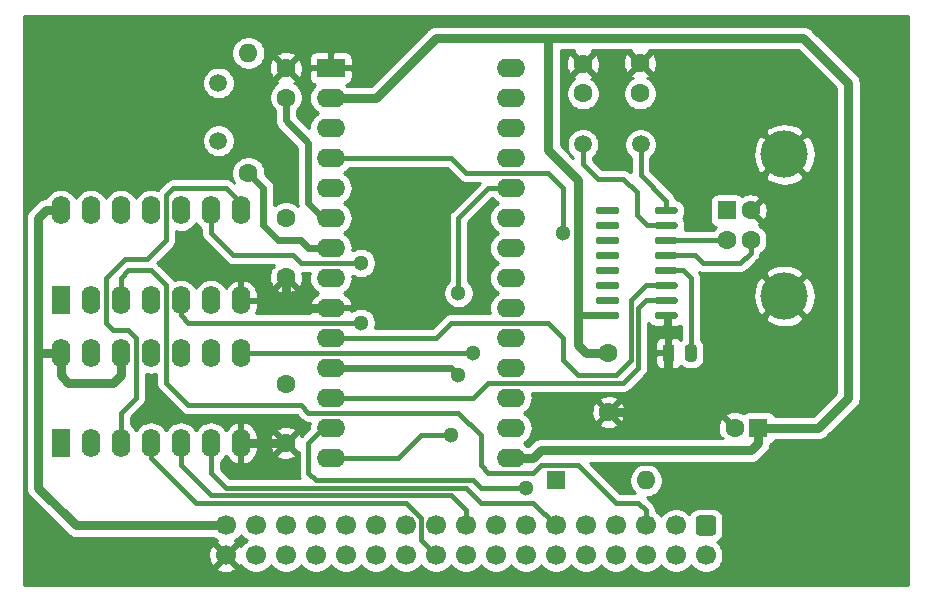
<source format=gtl>
%TF.GenerationSoftware,KiCad,Pcbnew,(5.1.12)-1*%
%TF.CreationDate,2022-04-06T13:04:15+02:00*%
%TF.ProjectId,ACIA_USB,41434941-5f55-4534-922e-6b696361645f,1.0*%
%TF.SameCoordinates,PX6d01460PY60e4b00*%
%TF.FileFunction,Copper,L1,Top*%
%TF.FilePolarity,Positive*%
%FSLAX46Y46*%
G04 Gerber Fmt 4.6, Leading zero omitted, Abs format (unit mm)*
G04 Created by KiCad (PCBNEW (5.1.12)-1) date 2022-04-06 13:04:15*
%MOMM*%
%LPD*%
G01*
G04 APERTURE LIST*
%TA.AperFunction,ComponentPad*%
%ADD10C,1.600000*%
%TD*%
%TA.AperFunction,ComponentPad*%
%ADD11C,1.500000*%
%TD*%
%TA.AperFunction,ComponentPad*%
%ADD12C,4.000000*%
%TD*%
%TA.AperFunction,ComponentPad*%
%ADD13R,1.600000X1.600000*%
%TD*%
%TA.AperFunction,ComponentPad*%
%ADD14O,1.600000X1.600000*%
%TD*%
%TA.AperFunction,ComponentPad*%
%ADD15O,1.600000X2.400000*%
%TD*%
%TA.AperFunction,ComponentPad*%
%ADD16R,1.600000X2.400000*%
%TD*%
%TA.AperFunction,ComponentPad*%
%ADD17O,2.400000X1.600000*%
%TD*%
%TA.AperFunction,ComponentPad*%
%ADD18R,2.400000X1.600000*%
%TD*%
%TA.AperFunction,ComponentPad*%
%ADD19C,1.700000*%
%TD*%
%TA.AperFunction,ViaPad*%
%ADD20C,1.300000*%
%TD*%
%TA.AperFunction,Conductor*%
%ADD21C,0.800000*%
%TD*%
%TA.AperFunction,Conductor*%
%ADD22C,0.600000*%
%TD*%
%TA.AperFunction,Conductor*%
%ADD23C,0.400000*%
%TD*%
%TA.AperFunction,Conductor*%
%ADD24C,0.254000*%
%TD*%
%TA.AperFunction,Conductor*%
%ADD25C,0.100000*%
%TD*%
G04 APERTURE END LIST*
D10*
%TO.P,C7,2*%
%TO.N,GND*%
X50165000Y15320000D03*
%TO.P,C7,1*%
%TO.N,VCC*%
X50165000Y20320000D03*
%TD*%
%TO.P,C5,2*%
%TO.N,GND*%
%TA.AperFunction,SMDPad,CuDef*%
G36*
G01*
X55750000Y20795000D02*
X55750000Y19845000D01*
G75*
G02*
X55500000Y19595000I-250000J0D01*
G01*
X55000000Y19595000D01*
G75*
G02*
X54750000Y19845000I0J250000D01*
G01*
X54750000Y20795000D01*
G75*
G02*
X55000000Y21045000I250000J0D01*
G01*
X55500000Y21045000D01*
G75*
G02*
X55750000Y20795000I0J-250000D01*
G01*
G37*
%TD.AperFunction*%
%TO.P,C5,1*%
%TO.N,Net-(C5-Pad1)*%
%TA.AperFunction,SMDPad,CuDef*%
G36*
G01*
X57650000Y20795000D02*
X57650000Y19845000D01*
G75*
G02*
X57400000Y19595000I-250000J0D01*
G01*
X56900000Y19595000D01*
G75*
G02*
X56650000Y19845000I0J250000D01*
G01*
X56650000Y20795000D01*
G75*
G02*
X56900000Y21045000I250000J0D01*
G01*
X57400000Y21045000D01*
G75*
G02*
X57650000Y20795000I0J-250000D01*
G01*
G37*
%TD.AperFunction*%
%TD*%
%TO.P,U4,16*%
%TO.N,VCC*%
%TA.AperFunction,SMDPad,CuDef*%
G36*
G01*
X51078000Y23645000D02*
X51078000Y23345000D01*
G75*
G02*
X50928000Y23195000I-150000J0D01*
G01*
X49278000Y23195000D01*
G75*
G02*
X49128000Y23345000I0J150000D01*
G01*
X49128000Y23645000D01*
G75*
G02*
X49278000Y23795000I150000J0D01*
G01*
X50928000Y23795000D01*
G75*
G02*
X51078000Y23645000I0J-150000D01*
G01*
G37*
%TD.AperFunction*%
%TO.P,U4,15*%
%TO.N,Net-(U4-Pad15)*%
%TA.AperFunction,SMDPad,CuDef*%
G36*
G01*
X51078000Y24915000D02*
X51078000Y24615000D01*
G75*
G02*
X50928000Y24465000I-150000J0D01*
G01*
X49278000Y24465000D01*
G75*
G02*
X49128000Y24615000I0J150000D01*
G01*
X49128000Y24915000D01*
G75*
G02*
X49278000Y25065000I150000J0D01*
G01*
X50928000Y25065000D01*
G75*
G02*
X51078000Y24915000I0J-150000D01*
G01*
G37*
%TD.AperFunction*%
%TO.P,U4,14*%
%TO.N,Net-(U4-Pad14)*%
%TA.AperFunction,SMDPad,CuDef*%
G36*
G01*
X51078000Y26185000D02*
X51078000Y25885000D01*
G75*
G02*
X50928000Y25735000I-150000J0D01*
G01*
X49278000Y25735000D01*
G75*
G02*
X49128000Y25885000I0J150000D01*
G01*
X49128000Y26185000D01*
G75*
G02*
X49278000Y26335000I150000J0D01*
G01*
X50928000Y26335000D01*
G75*
G02*
X51078000Y26185000I0J-150000D01*
G01*
G37*
%TD.AperFunction*%
%TO.P,U4,13*%
%TO.N,Net-(U4-Pad13)*%
%TA.AperFunction,SMDPad,CuDef*%
G36*
G01*
X51078000Y27455000D02*
X51078000Y27155000D01*
G75*
G02*
X50928000Y27005000I-150000J0D01*
G01*
X49278000Y27005000D01*
G75*
G02*
X49128000Y27155000I0J150000D01*
G01*
X49128000Y27455000D01*
G75*
G02*
X49278000Y27605000I150000J0D01*
G01*
X50928000Y27605000D01*
G75*
G02*
X51078000Y27455000I0J-150000D01*
G01*
G37*
%TD.AperFunction*%
%TO.P,U4,12*%
%TO.N,Net-(U4-Pad12)*%
%TA.AperFunction,SMDPad,CuDef*%
G36*
G01*
X51078000Y28725000D02*
X51078000Y28425000D01*
G75*
G02*
X50928000Y28275000I-150000J0D01*
G01*
X49278000Y28275000D01*
G75*
G02*
X49128000Y28425000I0J150000D01*
G01*
X49128000Y28725000D01*
G75*
G02*
X49278000Y28875000I150000J0D01*
G01*
X50928000Y28875000D01*
G75*
G02*
X51078000Y28725000I0J-150000D01*
G01*
G37*
%TD.AperFunction*%
%TO.P,U4,11*%
%TO.N,Net-(U4-Pad11)*%
%TA.AperFunction,SMDPad,CuDef*%
G36*
G01*
X51078000Y29995000D02*
X51078000Y29695000D01*
G75*
G02*
X50928000Y29545000I-150000J0D01*
G01*
X49278000Y29545000D01*
G75*
G02*
X49128000Y29695000I0J150000D01*
G01*
X49128000Y29995000D01*
G75*
G02*
X49278000Y30145000I150000J0D01*
G01*
X50928000Y30145000D01*
G75*
G02*
X51078000Y29995000I0J-150000D01*
G01*
G37*
%TD.AperFunction*%
%TO.P,U4,10*%
%TO.N,Net-(U4-Pad10)*%
%TA.AperFunction,SMDPad,CuDef*%
G36*
G01*
X51078000Y31265000D02*
X51078000Y30965000D01*
G75*
G02*
X50928000Y30815000I-150000J0D01*
G01*
X49278000Y30815000D01*
G75*
G02*
X49128000Y30965000I0J150000D01*
G01*
X49128000Y31265000D01*
G75*
G02*
X49278000Y31415000I150000J0D01*
G01*
X50928000Y31415000D01*
G75*
G02*
X51078000Y31265000I0J-150000D01*
G01*
G37*
%TD.AperFunction*%
%TO.P,U4,9*%
%TO.N,Net-(U4-Pad9)*%
%TA.AperFunction,SMDPad,CuDef*%
G36*
G01*
X51078000Y32535000D02*
X51078000Y32235000D01*
G75*
G02*
X50928000Y32085000I-150000J0D01*
G01*
X49278000Y32085000D01*
G75*
G02*
X49128000Y32235000I0J150000D01*
G01*
X49128000Y32535000D01*
G75*
G02*
X49278000Y32685000I150000J0D01*
G01*
X50928000Y32685000D01*
G75*
G02*
X51078000Y32535000I0J-150000D01*
G01*
G37*
%TD.AperFunction*%
%TO.P,U4,8*%
%TO.N,Net-(C6-Pad2)*%
%TA.AperFunction,SMDPad,CuDef*%
G36*
G01*
X56028000Y32535000D02*
X56028000Y32235000D01*
G75*
G02*
X55878000Y32085000I-150000J0D01*
G01*
X54228000Y32085000D01*
G75*
G02*
X54078000Y32235000I0J150000D01*
G01*
X54078000Y32535000D01*
G75*
G02*
X54228000Y32685000I150000J0D01*
G01*
X55878000Y32685000D01*
G75*
G02*
X56028000Y32535000I0J-150000D01*
G01*
G37*
%TD.AperFunction*%
%TO.P,U4,7*%
%TO.N,Net-(C4-Pad2)*%
%TA.AperFunction,SMDPad,CuDef*%
G36*
G01*
X56028000Y31265000D02*
X56028000Y30965000D01*
G75*
G02*
X55878000Y30815000I-150000J0D01*
G01*
X54228000Y30815000D01*
G75*
G02*
X54078000Y30965000I0J150000D01*
G01*
X54078000Y31265000D01*
G75*
G02*
X54228000Y31415000I150000J0D01*
G01*
X55878000Y31415000D01*
G75*
G02*
X56028000Y31265000I0J-150000D01*
G01*
G37*
%TD.AperFunction*%
%TO.P,U4,6*%
%TO.N,Net-(J2-Pad2)*%
%TA.AperFunction,SMDPad,CuDef*%
G36*
G01*
X56028000Y29995000D02*
X56028000Y29695000D01*
G75*
G02*
X55878000Y29545000I-150000J0D01*
G01*
X54228000Y29545000D01*
G75*
G02*
X54078000Y29695000I0J150000D01*
G01*
X54078000Y29995000D01*
G75*
G02*
X54228000Y30145000I150000J0D01*
G01*
X55878000Y30145000D01*
G75*
G02*
X56028000Y29995000I0J-150000D01*
G01*
G37*
%TD.AperFunction*%
%TO.P,U4,5*%
%TO.N,Net-(J2-Pad3)*%
%TA.AperFunction,SMDPad,CuDef*%
G36*
G01*
X56028000Y28725000D02*
X56028000Y28425000D01*
G75*
G02*
X55878000Y28275000I-150000J0D01*
G01*
X54228000Y28275000D01*
G75*
G02*
X54078000Y28425000I0J150000D01*
G01*
X54078000Y28725000D01*
G75*
G02*
X54228000Y28875000I150000J0D01*
G01*
X55878000Y28875000D01*
G75*
G02*
X56028000Y28725000I0J-150000D01*
G01*
G37*
%TD.AperFunction*%
%TO.P,U4,4*%
%TO.N,Net-(C5-Pad1)*%
%TA.AperFunction,SMDPad,CuDef*%
G36*
G01*
X56028000Y27455000D02*
X56028000Y27155000D01*
G75*
G02*
X55878000Y27005000I-150000J0D01*
G01*
X54228000Y27005000D01*
G75*
G02*
X54078000Y27155000I0J150000D01*
G01*
X54078000Y27455000D01*
G75*
G02*
X54228000Y27605000I150000J0D01*
G01*
X55878000Y27605000D01*
G75*
G02*
X56028000Y27455000I0J-150000D01*
G01*
G37*
%TD.AperFunction*%
%TO.P,U4,3*%
%TO.N,Net-(U1-Pad10)*%
%TA.AperFunction,SMDPad,CuDef*%
G36*
G01*
X56028000Y26185000D02*
X56028000Y25885000D01*
G75*
G02*
X55878000Y25735000I-150000J0D01*
G01*
X54228000Y25735000D01*
G75*
G02*
X54078000Y25885000I0J150000D01*
G01*
X54078000Y26185000D01*
G75*
G02*
X54228000Y26335000I150000J0D01*
G01*
X55878000Y26335000D01*
G75*
G02*
X56028000Y26185000I0J-150000D01*
G01*
G37*
%TD.AperFunction*%
%TO.P,U4,2*%
%TO.N,Net-(U1-Pad12)*%
%TA.AperFunction,SMDPad,CuDef*%
G36*
G01*
X56028000Y24915000D02*
X56028000Y24615000D01*
G75*
G02*
X55878000Y24465000I-150000J0D01*
G01*
X54228000Y24465000D01*
G75*
G02*
X54078000Y24615000I0J150000D01*
G01*
X54078000Y24915000D01*
G75*
G02*
X54228000Y25065000I150000J0D01*
G01*
X55878000Y25065000D01*
G75*
G02*
X56028000Y24915000I0J-150000D01*
G01*
G37*
%TD.AperFunction*%
%TO.P,U4,1*%
%TO.N,GND*%
%TA.AperFunction,SMDPad,CuDef*%
G36*
G01*
X56028000Y23645000D02*
X56028000Y23345000D01*
G75*
G02*
X55878000Y23195000I-150000J0D01*
G01*
X54228000Y23195000D01*
G75*
G02*
X54078000Y23345000I0J150000D01*
G01*
X54078000Y23645000D01*
G75*
G02*
X54228000Y23795000I150000J0D01*
G01*
X55878000Y23795000D01*
G75*
G02*
X56028000Y23645000I0J-150000D01*
G01*
G37*
%TD.AperFunction*%
%TD*%
D11*
%TO.P,Y2,2*%
%TO.N,Net-(C6-Pad2)*%
X52886000Y37973000D03*
%TO.P,Y2,1*%
%TO.N,Net-(C4-Pad2)*%
X48006000Y37973000D03*
%TD*%
D12*
%TO.P,J2,5*%
%TO.N,GND*%
X65058000Y37135000D03*
X65058000Y25135000D03*
D10*
%TO.P,J2,4*%
X62198000Y32385000D03*
%TO.P,J2,3*%
%TO.N,Net-(J2-Pad3)*%
X62198000Y29885000D03*
%TO.P,J2,2*%
%TO.N,Net-(J2-Pad2)*%
X60198000Y29885000D03*
D13*
%TO.P,J2,1*%
%TO.N,Net-(J2-Pad1)*%
X60198000Y32385000D03*
%TD*%
D10*
%TO.P,C6,2*%
%TO.N,Net-(C6-Pad2)*%
X52832000Y42291000D03*
%TO.P,C6,1*%
%TO.N,GND*%
X52832000Y44878000D03*
%TD*%
%TO.P,C4,2*%
%TO.N,Net-(C4-Pad2)*%
X48006000Y42291000D03*
%TO.P,C4,1*%
%TO.N,GND*%
X48006000Y44791000D03*
%TD*%
D14*
%TO.P,R1,2*%
%TO.N,Net-(C8-Pad2)*%
X19685000Y45720000D03*
D10*
%TO.P,R1,1*%
%TO.N,Net-(R1-Pad1)*%
X19685000Y35560000D03*
%TD*%
D11*
%TO.P,Y1,2*%
%TO.N,Net-(R1-Pad1)*%
X17145000Y38280000D03*
%TO.P,Y1,1*%
%TO.N,Net-(C8-Pad2)*%
X17145000Y43180000D03*
%TD*%
D10*
%TO.P,C8,2*%
%TO.N,Net-(C8-Pad2)*%
X22860000Y41950000D03*
%TO.P,C8,1*%
%TO.N,GND*%
X22860000Y44450000D03*
%TD*%
D15*
%TO.P,U2,14*%
%TO.N,VCC*%
X3810000Y32385000D03*
%TO.P,U2,7*%
%TO.N,GND*%
X19050000Y24765000D03*
%TO.P,U2,13*%
%TO.N,N/C*%
X6350000Y32385000D03*
%TO.P,U2,6*%
%TO.N,Net-(U2-Pad6)*%
X16510000Y24765000D03*
%TO.P,U2,12*%
%TO.N,N/C*%
X8890000Y32385000D03*
%TO.P,U2,5*%
%TO.N,/A6*%
X13970000Y24765000D03*
%TO.P,U2,11*%
%TO.N,N/C*%
X11430000Y32385000D03*
%TO.P,U2,4*%
%TO.N,Net-(U2-Pad4)*%
X11430000Y24765000D03*
%TO.P,U2,10*%
%TO.N,N/C*%
X13970000Y32385000D03*
%TO.P,U2,3*%
%TO.N,/~IO*%
X8890000Y24765000D03*
%TO.P,U2,9*%
%TO.N,/A5*%
X16510000Y32385000D03*
%TO.P,U2,2*%
%TO.N,Net-(U2-Pad2)*%
X6350000Y24765000D03*
%TO.P,U2,8*%
%TO.N,Net-(U2-Pad8)*%
X19050000Y32385000D03*
D16*
%TO.P,U2,1*%
%TO.N,/A7*%
X3810000Y24765000D03*
%TD*%
D17*
%TO.P,U1,28*%
%TO.N,/R_~W*%
X41910000Y44450000D03*
%TO.P,U1,14*%
%TO.N,/A1*%
X26670000Y11430000D03*
%TO.P,U1,27*%
%TO.N,/PHI2*%
X41910000Y41910000D03*
%TO.P,U1,13*%
%TO.N,/A0*%
X26670000Y13970000D03*
%TO.P,U1,26*%
%TO.N,Net-(U1-Pad26)*%
X41910000Y39370000D03*
%TO.P,U1,12*%
%TO.N,Net-(U1-Pad12)*%
X26670000Y16510000D03*
%TO.P,U1,25*%
%TO.N,/D7*%
X41910000Y36830000D03*
%TO.P,U1,11*%
%TO.N,Net-(U1-Pad11)*%
X26670000Y19050000D03*
%TO.P,U1,24*%
%TO.N,/D6*%
X41910000Y34290000D03*
%TO.P,U1,10*%
%TO.N,Net-(U1-Pad10)*%
X26670000Y21590000D03*
%TO.P,U1,23*%
%TO.N,/D5*%
X41910000Y31750000D03*
%TO.P,U1,9*%
%TO.N,GND*%
X26670000Y24130000D03*
%TO.P,U1,22*%
%TO.N,/D4*%
X41910000Y29210000D03*
%TO.P,U1,8*%
%TO.N,Net-(U1-Pad8)*%
X26670000Y26670000D03*
%TO.P,U1,21*%
%TO.N,/D3*%
X41910000Y26670000D03*
%TO.P,U1,7*%
%TO.N,Net-(R1-Pad1)*%
X26670000Y29210000D03*
%TO.P,U1,20*%
%TO.N,/D2*%
X41910000Y24130000D03*
%TO.P,U1,6*%
%TO.N,Net-(C8-Pad2)*%
X26670000Y31750000D03*
%TO.P,U1,19*%
%TO.N,/D1*%
X41910000Y21590000D03*
%TO.P,U1,5*%
%TO.N,Net-(U1-Pad5)*%
X26670000Y34290000D03*
%TO.P,U1,18*%
%TO.N,/D0*%
X41910000Y19050000D03*
%TO.P,U1,4*%
%TO.N,/~RESET*%
X26670000Y36830000D03*
%TO.P,U1,17*%
%TO.N,Net-(U1-Pad11)*%
X41910000Y16510000D03*
%TO.P,U1,3*%
%TO.N,Net-(D1-Pad1)*%
X26670000Y39370000D03*
%TO.P,U1,16*%
%TO.N,Net-(U1-Pad11)*%
X41910000Y13970000D03*
%TO.P,U1,2*%
%TO.N,VCC*%
X26670000Y41910000D03*
%TO.P,U1,15*%
X41910000Y11430000D03*
D18*
%TO.P,U1,1*%
%TO.N,GND*%
X26670000Y44450000D03*
%TD*%
D19*
%TO.P,J1,34*%
%TO.N,GND*%
X17780000Y3175000D03*
%TO.P,J1,32*%
%TO.N,/A11*%
X20320000Y3175000D03*
%TO.P,J1,30*%
%TO.N,/A12*%
X22860000Y3175000D03*
%TO.P,J1,28*%
%TO.N,/A13*%
X25400000Y3175000D03*
%TO.P,J1,26*%
%TO.N,/A14*%
X27940000Y3175000D03*
%TO.P,J1,24*%
%TO.N,/A15*%
X30480000Y3175000D03*
%TO.P,J1,22*%
%TO.N,/D7*%
X33020000Y3175000D03*
%TO.P,J1,20*%
%TO.N,/A4*%
X35560000Y3175000D03*
%TO.P,J1,18*%
%TO.N,/D4*%
X38100000Y3175000D03*
%TO.P,J1,16*%
%TO.N,/D3*%
X40640000Y3175000D03*
%TO.P,J1,14*%
%TO.N,/D6*%
X43180000Y3175000D03*
%TO.P,J1,12*%
%TO.N,/D1*%
X45720000Y3175000D03*
%TO.P,J1,10*%
%TO.N,/D0*%
X48260000Y3175000D03*
%TO.P,J1,8*%
%TO.N,/~IRQ*%
X50800000Y3175000D03*
%TO.P,J1,6*%
%TO.N,/~IOCTRL*%
X53340000Y3175000D03*
%TO.P,J1,4*%
%TO.N,/~RESET*%
X55880000Y3175000D03*
%TO.P,J1,2*%
%TO.N,/~ROMDIS*%
X58420000Y3175000D03*
%TO.P,J1,33*%
%TO.N,VCC*%
X17780000Y5715000D03*
%TO.P,J1,31*%
%TO.N,/A10*%
X20320000Y5715000D03*
%TO.P,J1,29*%
%TO.N,/A9*%
X22860000Y5715000D03*
%TO.P,J1,27*%
%TO.N,/A8*%
X25400000Y5715000D03*
%TO.P,J1,25*%
%TO.N,/A7*%
X27940000Y5715000D03*
%TO.P,J1,23*%
%TO.N,/A6*%
X30480000Y5715000D03*
%TO.P,J1,21*%
%TO.N,/A5*%
X33020000Y5715000D03*
%TO.P,J1,19*%
%TO.N,/D5*%
X35560000Y5715000D03*
%TO.P,J1,17*%
%TO.N,/A2*%
X38100000Y5715000D03*
%TO.P,J1,15*%
%TO.N,/A1*%
X40640000Y5715000D03*
%TO.P,J1,13*%
%TO.N,/A0*%
X43180000Y5715000D03*
%TO.P,J1,11*%
%TO.N,/A3*%
X45720000Y5715000D03*
%TO.P,J1,9*%
%TO.N,/D2*%
X48260000Y5715000D03*
%TO.P,J1,7*%
%TO.N,/R_~W*%
X50800000Y5715000D03*
%TO.P,J1,5*%
%TO.N,/~IO*%
X53340000Y5715000D03*
%TO.P,J1,3*%
%TO.N,/PHI2*%
X55880000Y5715000D03*
%TO.P,J1,1*%
%TO.N,/~MAP*%
%TA.AperFunction,ComponentPad*%
G36*
G01*
X57820000Y6565000D02*
X59020000Y6565000D01*
G75*
G02*
X59270000Y6315000I0J-250000D01*
G01*
X59270000Y5115000D01*
G75*
G02*
X59020000Y4865000I-250000J0D01*
G01*
X57820000Y4865000D01*
G75*
G02*
X57570000Y5115000I0J250000D01*
G01*
X57570000Y6315000D01*
G75*
G02*
X57820000Y6565000I250000J0D01*
G01*
G37*
%TD.AperFunction*%
%TD*%
D14*
%TO.P,D1,2*%
%TO.N,/~IOCTRL*%
X53340000Y9525000D03*
D13*
%TO.P,D1,1*%
%TO.N,Net-(D1-Pad1)*%
X45720000Y9525000D03*
%TD*%
D10*
%TO.P,C3,2*%
%TO.N,VCC*%
X22860000Y17700000D03*
%TO.P,C3,1*%
%TO.N,GND*%
X22860000Y12700000D03*
%TD*%
%TO.P,C2,2*%
%TO.N,VCC*%
X22860000Y31750000D03*
%TO.P,C2,1*%
%TO.N,GND*%
X22860000Y26750000D03*
%TD*%
D15*
%TO.P,U3,14*%
%TO.N,VCC*%
X3810000Y20320000D03*
%TO.P,U3,7*%
%TO.N,GND*%
X19050000Y12700000D03*
%TO.P,U3,13*%
%TO.N,N/C*%
X6350000Y20320000D03*
%TO.P,U3,6*%
%TO.N,/A3*%
X16510000Y12700000D03*
%TO.P,U3,12*%
%TO.N,VCC*%
X8890000Y20320000D03*
%TO.P,U3,5*%
%TO.N,/A2*%
X13970000Y12700000D03*
%TO.P,U3,11*%
%TO.N,Net-(U2-Pad4)*%
X11430000Y20320000D03*
%TO.P,U3,4*%
%TO.N,/A4*%
X11430000Y12700000D03*
%TO.P,U3,10*%
%TO.N,N/C*%
X13970000Y20320000D03*
%TO.P,U3,3*%
%TO.N,Net-(U2-Pad8)*%
X8890000Y12700000D03*
%TO.P,U3,9*%
%TO.N,N/C*%
X16510000Y20320000D03*
%TO.P,U3,2*%
%TO.N,Net-(U2-Pad6)*%
X6350000Y12700000D03*
%TO.P,U3,8*%
%TO.N,Net-(D1-Pad1)*%
X19050000Y20320000D03*
D16*
%TO.P,U3,1*%
%TO.N,Net-(U2-Pad2)*%
X3810000Y12700000D03*
%TD*%
D10*
%TO.P,C1,2*%
%TO.N,GND*%
X60865000Y13970000D03*
D13*
%TO.P,C1,1*%
%TO.N,VCC*%
X62865000Y13970000D03*
%TD*%
D20*
%TO.N,/~RESET*%
X46355000Y30480000D03*
%TO.N,/D6*%
X37465000Y25400000D03*
%TO.N,/A0*%
X43180000Y8890000D03*
%TO.N,/A1*%
X36830000Y13335000D03*
%TO.N,/A5*%
X29210000Y27940000D03*
%TO.N,/A6*%
X29210000Y22860000D03*
%TO.N,Net-(D1-Pad1)*%
X38735000Y20320000D03*
%TO.N,Net-(U1-Pad11)*%
X37465000Y18415000D03*
%TD*%
D21*
%TO.N,GND*%
X26670000Y24130000D02*
X24130000Y24130000D01*
X22860000Y25400000D02*
X22860000Y26750000D01*
X24130000Y24130000D02*
X22860000Y25400000D01*
X22860000Y12700000D02*
X19050000Y12700000D01*
D22*
X55250000Y23298000D02*
X55053000Y23495000D01*
X55250000Y20320000D02*
X55250000Y23298000D01*
D21*
X50165000Y15320000D02*
X52785000Y15320000D01*
X55250000Y17785000D02*
X55250000Y20320000D01*
X52785000Y15320000D02*
X55250000Y17785000D01*
%TO.N,VCC*%
X17780000Y5715000D02*
X5080000Y5715000D01*
X5080000Y5715000D02*
X1905000Y8890000D01*
X8890000Y20320000D02*
X8890000Y18415000D01*
X8890000Y18415000D02*
X8255000Y17780000D01*
X8255000Y17780000D02*
X4445000Y17780000D01*
X3810000Y18415000D02*
X3810000Y20320000D01*
X4445000Y17780000D02*
X3810000Y18415000D01*
X3810000Y32385000D02*
X2540000Y32385000D01*
X2540000Y32385000D02*
X1905000Y31750000D01*
X1905000Y8890000D02*
X1905000Y20320000D01*
X3810000Y20320000D02*
X1905000Y20320000D01*
X1905000Y31750000D02*
X1905000Y20320000D01*
X30480000Y41910000D02*
X26670000Y41910000D01*
X35560000Y46990000D02*
X30480000Y41910000D01*
X43815000Y11430000D02*
X41910000Y11430000D01*
X44450000Y12065000D02*
X43815000Y11430000D01*
X47625000Y46990000D02*
X66675000Y46990000D01*
X66675000Y46990000D02*
X70485000Y43180000D01*
X50165000Y12065000D02*
X44450000Y12065000D01*
X45085000Y37465000D02*
X45085000Y46990000D01*
X47625000Y34925000D02*
X45085000Y37465000D01*
X45085000Y46990000D02*
X35560000Y46990000D01*
X47625000Y46990000D02*
X45085000Y46990000D01*
X52705000Y12065000D02*
X62230000Y12065000D01*
X52705000Y12065000D02*
X50165000Y12065000D01*
X62865000Y12700000D02*
X62865000Y13970000D01*
X62230000Y12065000D02*
X62865000Y12700000D01*
X67945000Y13970000D02*
X70485000Y16510000D01*
X62865000Y13970000D02*
X67945000Y13970000D01*
X70485000Y43180000D02*
X70485000Y16510000D01*
X47625000Y25400000D02*
X47625000Y34925000D01*
X48260000Y20320000D02*
X50165000Y20320000D01*
X47625000Y20955000D02*
X48260000Y20320000D01*
D22*
X50103000Y23495000D02*
X47625000Y23495000D01*
D21*
X47625000Y23495000D02*
X47625000Y20955000D01*
X47625000Y25400000D02*
X47625000Y23495000D01*
D23*
%TO.N,/~RESET*%
X38100000Y35560000D02*
X36830000Y36830000D01*
X45085000Y35560000D02*
X38100000Y35560000D01*
X46355000Y34290000D02*
X45085000Y35560000D01*
X36830000Y36830000D02*
X26670000Y36830000D01*
X46355000Y30480000D02*
X46355000Y34290000D01*
%TO.N,/D6*%
X37465000Y25400000D02*
X37465000Y31750000D01*
X40005000Y34290000D02*
X41910000Y34290000D01*
X37465000Y31750000D02*
X40005000Y34290000D01*
%TO.N,/A0*%
X25400000Y9525000D02*
X24765000Y10160000D01*
X26035000Y13970000D02*
X26670000Y13970000D01*
X38735000Y9525000D02*
X25400000Y9525000D01*
X24765000Y12700000D02*
X26035000Y13970000D01*
X39370000Y8890000D02*
X38735000Y9525000D01*
X24765000Y10160000D02*
X24765000Y12700000D01*
X43180000Y8890000D02*
X39370000Y8890000D01*
%TO.N,/A1*%
X32385000Y11430000D02*
X26670000Y11430000D01*
X34290000Y13335000D02*
X32385000Y11430000D01*
X36830000Y13335000D02*
X34290000Y13335000D01*
%TO.N,/A2*%
X13970000Y12700000D02*
X13970000Y11430000D01*
X38100000Y5715000D02*
X38100000Y6985000D01*
X38100000Y6985000D02*
X36830000Y8255000D01*
X36830000Y8255000D02*
X16510000Y8255000D01*
X13970000Y10795000D02*
X13970000Y12700000D01*
X16510000Y8255000D02*
X13970000Y10795000D01*
%TO.N,/A3*%
X16510000Y12700000D02*
X16510000Y10160000D01*
X16510000Y10160000D02*
X17780000Y8890000D01*
X43815000Y7620000D02*
X39370000Y7620000D01*
X39370000Y7620000D02*
X38100000Y8890000D01*
X17780000Y8890000D02*
X38100000Y8890000D01*
X43815000Y7620000D02*
X45720000Y5715000D01*
%TO.N,/A4*%
X11430000Y12700000D02*
X11430000Y11430000D01*
X11430000Y11430000D02*
X15240000Y7620000D01*
X15240000Y7620000D02*
X33020000Y7620000D01*
X33020000Y7620000D02*
X34290000Y6350000D01*
X34290000Y4445000D02*
X35560000Y3175000D01*
X34290000Y6350000D02*
X34290000Y4445000D01*
%TO.N,/A5*%
X16510000Y30480000D02*
X16510000Y32385000D01*
X18415000Y28575000D02*
X16510000Y30480000D01*
X23495000Y28575000D02*
X18415000Y28575000D01*
X24130000Y27940000D02*
X23495000Y28575000D01*
X29210000Y27940000D02*
X24130000Y27940000D01*
%TO.N,/A6*%
X13970000Y23495000D02*
X13970000Y24765000D01*
X14605000Y22860000D02*
X13970000Y23495000D01*
X29210000Y22860000D02*
X14605000Y22860000D01*
%TO.N,Net-(C4-Pad2)*%
X55053000Y31115000D02*
X53467000Y31115000D01*
X53467000Y31115000D02*
X52578000Y32004000D01*
X52578000Y32004000D02*
X52578000Y33909000D01*
X52578000Y33909000D02*
X51435000Y35052000D01*
X51435000Y35052000D02*
X49276000Y35052000D01*
X48006000Y36322000D02*
X48006000Y37973000D01*
X49276000Y35052000D02*
X48006000Y36322000D01*
%TO.N,Net-(C6-Pad2)*%
X55053000Y32385000D02*
X55053000Y33212000D01*
X52886000Y35379000D02*
X52886000Y37973000D01*
X55053000Y33212000D02*
X52886000Y35379000D01*
%TO.N,Net-(D1-Pad1)*%
X38735000Y20320000D02*
X19050000Y20320000D01*
%TO.N,/~IO*%
X9525000Y27305000D02*
X8890000Y26670000D01*
X11430000Y27305000D02*
X9525000Y27305000D01*
X12700000Y26035000D02*
X11430000Y27305000D01*
X12700000Y17780000D02*
X12700000Y26035000D01*
X53340000Y5715000D02*
X53340000Y6985000D01*
X37465000Y15240000D02*
X24765000Y15240000D01*
X53340000Y6985000D02*
X52705000Y7620000D01*
X40005000Y10160000D02*
X39370000Y10795000D01*
X52705000Y7620000D02*
X50800000Y7620000D01*
X47625000Y10795000D02*
X44450000Y10795000D01*
X50800000Y7620000D02*
X47625000Y10795000D01*
X43815000Y10160000D02*
X40005000Y10160000D01*
X8890000Y26670000D02*
X8890000Y24765000D01*
X39370000Y10795000D02*
X39370000Y13335000D01*
X14605000Y15875000D02*
X12700000Y17780000D01*
X24765000Y15240000D02*
X24130000Y15875000D01*
X39370000Y13335000D02*
X37465000Y15240000D01*
X44450000Y10795000D02*
X43815000Y10160000D01*
X24130000Y15875000D02*
X14605000Y15875000D01*
%TO.N,Net-(U2-Pad8)*%
X19050000Y33020000D02*
X19050000Y32385000D01*
X17780000Y34290000D02*
X19050000Y33020000D01*
X8890000Y12700000D02*
X8890000Y15240000D01*
X7620000Y26670000D02*
X9207500Y28257500D01*
X8890000Y15240000D02*
X10160000Y16510000D01*
X12700000Y33655000D02*
X13335000Y34290000D01*
X10160000Y16510000D02*
X10160000Y21590000D01*
X12700000Y29845000D02*
X12700000Y33655000D01*
X10160000Y21590000D02*
X9525000Y22225000D01*
X13335000Y34290000D02*
X17780000Y34290000D01*
X9525000Y22225000D02*
X8255000Y22225000D01*
X8255000Y22225000D02*
X7620000Y22860000D01*
X9207500Y28257500D02*
X11112500Y28257500D01*
X7620000Y22860000D02*
X7620000Y26670000D01*
X11112500Y28257500D02*
X12700000Y29845000D01*
%TO.N,Net-(C5-Pad1)*%
X57150000Y20320000D02*
X57150000Y26670000D01*
X56515000Y27305000D02*
X55053000Y27305000D01*
X57150000Y26670000D02*
X56515000Y27305000D01*
%TO.N,Net-(U1-Pad12)*%
X53340000Y24765000D02*
X55053000Y24765000D01*
X52705000Y24130000D02*
X53340000Y24765000D01*
X51435000Y17780000D02*
X52705000Y19050000D01*
X52705000Y19050000D02*
X52705000Y24130000D01*
X38735000Y16510000D02*
X40005000Y17780000D01*
X40005000Y17780000D02*
X51435000Y17780000D01*
X26670000Y16510000D02*
X38735000Y16510000D01*
D22*
%TO.N,Net-(U1-Pad11)*%
X37465000Y18415000D02*
X36830000Y19050000D01*
X36830000Y19050000D02*
X26670000Y19050000D01*
D23*
%TO.N,Net-(U1-Pad10)*%
X35560000Y21590000D02*
X26670000Y21590000D01*
X45085000Y22860000D02*
X36830000Y22860000D01*
X46355000Y21590000D02*
X45085000Y22860000D01*
X46355000Y19685000D02*
X46355000Y21590000D01*
X36830000Y22860000D02*
X35560000Y21590000D01*
X50800000Y18415000D02*
X47625000Y18415000D01*
X47625000Y18415000D02*
X46355000Y19685000D01*
X52070000Y19685000D02*
X50800000Y18415000D01*
X52070000Y24765000D02*
X52070000Y19685000D01*
X53340000Y26035000D02*
X52070000Y24765000D01*
X55053000Y26035000D02*
X53340000Y26035000D01*
%TO.N,Net-(J2-Pad2)*%
X55093000Y29885000D02*
X55053000Y29845000D01*
X60198000Y29885000D02*
X55093000Y29885000D01*
%TO.N,Net-(J2-Pad3)*%
X55053000Y28575000D02*
X57531000Y28575000D01*
X57531000Y28575000D02*
X58166000Y27940000D01*
X58166000Y27940000D02*
X61341000Y27940000D01*
X62198000Y28797000D02*
X62198000Y29885000D01*
X61341000Y27940000D02*
X62198000Y28797000D01*
D22*
%TO.N,Net-(C8-Pad2)*%
X26670000Y31750000D02*
X26035000Y31750000D01*
X26035000Y31750000D02*
X24765000Y33020000D01*
X24765000Y33020000D02*
X24765000Y38100000D01*
X22860000Y40005000D02*
X22860000Y41950000D01*
X24765000Y38100000D02*
X22860000Y40005000D01*
%TO.N,Net-(R1-Pad1)*%
X19685000Y35560000D02*
X20955000Y34290000D01*
X20955000Y34290000D02*
X20955000Y31115000D01*
X20955000Y31115000D02*
X22225000Y29845000D01*
X22225000Y29845000D02*
X24130000Y29845000D01*
X24130000Y29845000D02*
X24765000Y29210000D01*
X24765000Y29210000D02*
X26670000Y29210000D01*
%TD*%
D24*
%TO.N,GND*%
X75540000Y660000D02*
X660000Y660000D01*
X660000Y2146603D01*
X16931208Y2146603D01*
X17008843Y1897528D01*
X17272883Y1771629D01*
X17556411Y1699661D01*
X17848531Y1684389D01*
X18138019Y1726401D01*
X18413747Y1824081D01*
X18551157Y1897528D01*
X18628792Y2146603D01*
X17780000Y2995395D01*
X16931208Y2146603D01*
X660000Y2146603D01*
X660000Y3106469D01*
X16289389Y3106469D01*
X16331401Y2816981D01*
X16429081Y2541253D01*
X16502528Y2403843D01*
X16751603Y2326208D01*
X17600395Y3175000D01*
X16751603Y4023792D01*
X16502528Y3946157D01*
X16376629Y3682117D01*
X16304661Y3398589D01*
X16289389Y3106469D01*
X660000Y3106469D01*
X660000Y20320000D01*
X864993Y20320000D01*
X870001Y20269152D01*
X870000Y8940828D01*
X864994Y8890000D01*
X870000Y8839172D01*
X870000Y8839163D01*
X884976Y8687106D01*
X944159Y8492008D01*
X1040266Y8312203D01*
X1169604Y8154604D01*
X1209097Y8122193D01*
X4312197Y5019092D01*
X4344604Y4979604D01*
X4384092Y4947197D01*
X4502202Y4850266D01*
X4598309Y4798896D01*
X4682007Y4754159D01*
X4877105Y4694976D01*
X5029162Y4680000D01*
X5029171Y4680000D01*
X5079999Y4674994D01*
X5130827Y4680000D01*
X16714893Y4680000D01*
X16833368Y4561525D01*
X17006729Y4445689D01*
X16931208Y4203397D01*
X17780000Y3354605D01*
X18628792Y4203397D01*
X18553271Y4445689D01*
X18726632Y4561525D01*
X18933475Y4768368D01*
X19050000Y4942760D01*
X19166525Y4768368D01*
X19373368Y4561525D01*
X19547760Y4445000D01*
X19373368Y4328475D01*
X19166525Y4121632D01*
X19050689Y3948271D01*
X18808397Y4023792D01*
X17959605Y3175000D01*
X18808397Y2326208D01*
X19050689Y2401729D01*
X19166525Y2228368D01*
X19373368Y2021525D01*
X19616589Y1859010D01*
X19886842Y1747068D01*
X20173740Y1690000D01*
X20466260Y1690000D01*
X20753158Y1747068D01*
X21023411Y1859010D01*
X21266632Y2021525D01*
X21473475Y2228368D01*
X21590000Y2402760D01*
X21706525Y2228368D01*
X21913368Y2021525D01*
X22156589Y1859010D01*
X22426842Y1747068D01*
X22713740Y1690000D01*
X23006260Y1690000D01*
X23293158Y1747068D01*
X23563411Y1859010D01*
X23806632Y2021525D01*
X24013475Y2228368D01*
X24130000Y2402760D01*
X24246525Y2228368D01*
X24453368Y2021525D01*
X24696589Y1859010D01*
X24966842Y1747068D01*
X25253740Y1690000D01*
X25546260Y1690000D01*
X25833158Y1747068D01*
X26103411Y1859010D01*
X26346632Y2021525D01*
X26553475Y2228368D01*
X26670000Y2402760D01*
X26786525Y2228368D01*
X26993368Y2021525D01*
X27236589Y1859010D01*
X27506842Y1747068D01*
X27793740Y1690000D01*
X28086260Y1690000D01*
X28373158Y1747068D01*
X28643411Y1859010D01*
X28886632Y2021525D01*
X29093475Y2228368D01*
X29210000Y2402760D01*
X29326525Y2228368D01*
X29533368Y2021525D01*
X29776589Y1859010D01*
X30046842Y1747068D01*
X30333740Y1690000D01*
X30626260Y1690000D01*
X30913158Y1747068D01*
X31183411Y1859010D01*
X31426632Y2021525D01*
X31633475Y2228368D01*
X31750000Y2402760D01*
X31866525Y2228368D01*
X32073368Y2021525D01*
X32316589Y1859010D01*
X32586842Y1747068D01*
X32873740Y1690000D01*
X33166260Y1690000D01*
X33453158Y1747068D01*
X33723411Y1859010D01*
X33966632Y2021525D01*
X34173475Y2228368D01*
X34290000Y2402760D01*
X34406525Y2228368D01*
X34613368Y2021525D01*
X34856589Y1859010D01*
X35126842Y1747068D01*
X35413740Y1690000D01*
X35706260Y1690000D01*
X35993158Y1747068D01*
X36263411Y1859010D01*
X36506632Y2021525D01*
X36713475Y2228368D01*
X36830000Y2402760D01*
X36946525Y2228368D01*
X37153368Y2021525D01*
X37396589Y1859010D01*
X37666842Y1747068D01*
X37953740Y1690000D01*
X38246260Y1690000D01*
X38533158Y1747068D01*
X38803411Y1859010D01*
X39046632Y2021525D01*
X39253475Y2228368D01*
X39370000Y2402760D01*
X39486525Y2228368D01*
X39693368Y2021525D01*
X39936589Y1859010D01*
X40206842Y1747068D01*
X40493740Y1690000D01*
X40786260Y1690000D01*
X41073158Y1747068D01*
X41343411Y1859010D01*
X41586632Y2021525D01*
X41793475Y2228368D01*
X41910000Y2402760D01*
X42026525Y2228368D01*
X42233368Y2021525D01*
X42476589Y1859010D01*
X42746842Y1747068D01*
X43033740Y1690000D01*
X43326260Y1690000D01*
X43613158Y1747068D01*
X43883411Y1859010D01*
X44126632Y2021525D01*
X44333475Y2228368D01*
X44450000Y2402760D01*
X44566525Y2228368D01*
X44773368Y2021525D01*
X45016589Y1859010D01*
X45286842Y1747068D01*
X45573740Y1690000D01*
X45866260Y1690000D01*
X46153158Y1747068D01*
X46423411Y1859010D01*
X46666632Y2021525D01*
X46873475Y2228368D01*
X46990000Y2402760D01*
X47106525Y2228368D01*
X47313368Y2021525D01*
X47556589Y1859010D01*
X47826842Y1747068D01*
X48113740Y1690000D01*
X48406260Y1690000D01*
X48693158Y1747068D01*
X48963411Y1859010D01*
X49206632Y2021525D01*
X49413475Y2228368D01*
X49530000Y2402760D01*
X49646525Y2228368D01*
X49853368Y2021525D01*
X50096589Y1859010D01*
X50366842Y1747068D01*
X50653740Y1690000D01*
X50946260Y1690000D01*
X51233158Y1747068D01*
X51503411Y1859010D01*
X51746632Y2021525D01*
X51953475Y2228368D01*
X52070000Y2402760D01*
X52186525Y2228368D01*
X52393368Y2021525D01*
X52636589Y1859010D01*
X52906842Y1747068D01*
X53193740Y1690000D01*
X53486260Y1690000D01*
X53773158Y1747068D01*
X54043411Y1859010D01*
X54286632Y2021525D01*
X54493475Y2228368D01*
X54610000Y2402760D01*
X54726525Y2228368D01*
X54933368Y2021525D01*
X55176589Y1859010D01*
X55446842Y1747068D01*
X55733740Y1690000D01*
X56026260Y1690000D01*
X56313158Y1747068D01*
X56583411Y1859010D01*
X56826632Y2021525D01*
X57033475Y2228368D01*
X57150000Y2402760D01*
X57266525Y2228368D01*
X57473368Y2021525D01*
X57716589Y1859010D01*
X57986842Y1747068D01*
X58273740Y1690000D01*
X58566260Y1690000D01*
X58853158Y1747068D01*
X59123411Y1859010D01*
X59366632Y2021525D01*
X59573475Y2228368D01*
X59735990Y2471589D01*
X59847932Y2741842D01*
X59905000Y3028740D01*
X59905000Y3321260D01*
X59847932Y3608158D01*
X59735990Y3878411D01*
X59573475Y4121632D01*
X59386392Y4308715D01*
X59513386Y4376595D01*
X59647962Y4487038D01*
X59758405Y4621614D01*
X59840472Y4775150D01*
X59891008Y4941746D01*
X59908072Y5115000D01*
X59908072Y6315000D01*
X59891008Y6488254D01*
X59840472Y6654850D01*
X59758405Y6808386D01*
X59647962Y6942962D01*
X59513386Y7053405D01*
X59359850Y7135472D01*
X59193254Y7186008D01*
X59020000Y7203072D01*
X57820000Y7203072D01*
X57646746Y7186008D01*
X57480150Y7135472D01*
X57326614Y7053405D01*
X57192038Y6942962D01*
X57081595Y6808386D01*
X57013715Y6681392D01*
X56826632Y6868475D01*
X56583411Y7030990D01*
X56313158Y7142932D01*
X56026260Y7200000D01*
X55733740Y7200000D01*
X55446842Y7142932D01*
X55176589Y7030990D01*
X54933368Y6868475D01*
X54726525Y6661632D01*
X54610000Y6487240D01*
X54493475Y6661632D01*
X54286632Y6868475D01*
X54175000Y6943065D01*
X54175000Y6943982D01*
X54179040Y6985000D01*
X54162918Y7148688D01*
X54150678Y7189040D01*
X54115172Y7306087D01*
X54037636Y7451146D01*
X53933291Y7578291D01*
X53901431Y7604438D01*
X53415867Y8090000D01*
X53481335Y8090000D01*
X53758574Y8145147D01*
X54019727Y8253320D01*
X54254759Y8410363D01*
X54454637Y8610241D01*
X54611680Y8845273D01*
X54719853Y9106426D01*
X54775000Y9383665D01*
X54775000Y9666335D01*
X54719853Y9943574D01*
X54611680Y10204727D01*
X54454637Y10439759D01*
X54254759Y10639637D01*
X54019727Y10796680D01*
X53758574Y10904853D01*
X53481335Y10960000D01*
X53198665Y10960000D01*
X52921426Y10904853D01*
X52660273Y10796680D01*
X52425241Y10639637D01*
X52225363Y10439759D01*
X52068320Y10204727D01*
X51960147Y9943574D01*
X51905000Y9666335D01*
X51905000Y9383665D01*
X51960147Y9106426D01*
X52068320Y8845273D01*
X52225363Y8610241D01*
X52380604Y8455000D01*
X51145868Y8455000D01*
X48570867Y11030000D01*
X62179172Y11030000D01*
X62230000Y11024994D01*
X62280828Y11030000D01*
X62280838Y11030000D01*
X62432895Y11044976D01*
X62627993Y11104159D01*
X62807797Y11200266D01*
X62965396Y11329604D01*
X62997807Y11369097D01*
X63560903Y11932193D01*
X63600396Y11964604D01*
X63698142Y12083708D01*
X63729734Y12122202D01*
X63825841Y12302006D01*
X63852789Y12390841D01*
X63885024Y12497105D01*
X63892746Y12575513D01*
X63909180Y12580498D01*
X64019494Y12639463D01*
X64116185Y12718815D01*
X64195537Y12815506D01*
X64254502Y12925820D01*
X64257287Y12935000D01*
X67894172Y12935000D01*
X67945000Y12929994D01*
X67995828Y12935000D01*
X67995838Y12935000D01*
X68147895Y12949976D01*
X68342993Y13009159D01*
X68522797Y13105266D01*
X68680396Y13234604D01*
X68712807Y13274097D01*
X71180908Y15742197D01*
X71220396Y15774604D01*
X71268559Y15833291D01*
X71349734Y15932202D01*
X71406652Y16038689D01*
X71445841Y16112007D01*
X71505024Y16307105D01*
X71520000Y16459162D01*
X71520000Y16459171D01*
X71525006Y16509999D01*
X71520000Y16560827D01*
X71520000Y43129165D01*
X71525007Y43180000D01*
X71520000Y43230838D01*
X71505024Y43382895D01*
X71445841Y43577993D01*
X71366730Y43726000D01*
X71349734Y43757798D01*
X71252803Y43875908D01*
X71220396Y43915396D01*
X71180908Y43947803D01*
X67442807Y47685903D01*
X67410396Y47725396D01*
X67252797Y47854734D01*
X67072993Y47950841D01*
X66877895Y48010024D01*
X66725838Y48025000D01*
X66725828Y48025000D01*
X66675000Y48030006D01*
X66624172Y48025000D01*
X45135838Y48025000D01*
X45085000Y48030007D01*
X45034162Y48025000D01*
X35610835Y48025000D01*
X35560000Y48030007D01*
X35509164Y48025000D01*
X35509162Y48025000D01*
X35357105Y48010024D01*
X35162007Y47950841D01*
X35078309Y47906104D01*
X34982202Y47854734D01*
X34864092Y47757803D01*
X34824604Y47725396D01*
X34792197Y47685908D01*
X30051290Y42945000D01*
X28070853Y42945000D01*
X27976518Y43022419D01*
X27994482Y43024188D01*
X28114180Y43060498D01*
X28224494Y43119463D01*
X28321185Y43198815D01*
X28400537Y43295506D01*
X28459502Y43405820D01*
X28495812Y43525518D01*
X28508072Y43650000D01*
X28505000Y44164250D01*
X28346250Y44323000D01*
X26797000Y44323000D01*
X26797000Y44303000D01*
X26543000Y44303000D01*
X26543000Y44323000D01*
X24993750Y44323000D01*
X24835000Y44164250D01*
X24831928Y43650000D01*
X24844188Y43525518D01*
X24880498Y43405820D01*
X24939463Y43295506D01*
X25018815Y43198815D01*
X25115506Y43119463D01*
X25225820Y43060498D01*
X25345518Y43024188D01*
X25363482Y43022419D01*
X25250392Y42929608D01*
X25071068Y42711101D01*
X24937818Y42461808D01*
X24855764Y42191309D01*
X24828057Y41910000D01*
X24855764Y41628691D01*
X24937818Y41358192D01*
X25071068Y41108899D01*
X25250392Y40890392D01*
X25468899Y40711068D01*
X25601858Y40640000D01*
X25468899Y40568932D01*
X25250392Y40389608D01*
X25071068Y40171101D01*
X24937818Y39921808D01*
X24855764Y39651309D01*
X24828057Y39370000D01*
X24829233Y39358056D01*
X23795000Y40392289D01*
X23795000Y40855604D01*
X23974637Y41035241D01*
X24131680Y41270273D01*
X24239853Y41531426D01*
X24295000Y41808665D01*
X24295000Y42091335D01*
X24239853Y42368574D01*
X24131680Y42629727D01*
X23974637Y42864759D01*
X23774759Y43064637D01*
X23574131Y43198692D01*
X23601514Y43213329D01*
X23673097Y43457298D01*
X22860000Y44270395D01*
X22046903Y43457298D01*
X22118486Y43213329D01*
X22147341Y43199676D01*
X21945241Y43064637D01*
X21745363Y42864759D01*
X21588320Y42629727D01*
X21480147Y42368574D01*
X21425000Y42091335D01*
X21425000Y41808665D01*
X21480147Y41531426D01*
X21588320Y41270273D01*
X21745363Y41035241D01*
X21925000Y40855604D01*
X21925000Y40050932D01*
X21920476Y40005000D01*
X21925000Y39959069D01*
X21938529Y39821709D01*
X21991993Y39645461D01*
X22078814Y39483029D01*
X22195656Y39340656D01*
X22231341Y39311370D01*
X23830001Y37712710D01*
X23830000Y33065932D01*
X23825476Y33020000D01*
X23830000Y32974069D01*
X23843529Y32836709D01*
X23861313Y32778083D01*
X23774759Y32864637D01*
X23539727Y33021680D01*
X23278574Y33129853D01*
X23001335Y33185000D01*
X22718665Y33185000D01*
X22441426Y33129853D01*
X22180273Y33021680D01*
X21945241Y32864637D01*
X21890000Y32809396D01*
X21890000Y34244069D01*
X21894524Y34290001D01*
X21876471Y34473293D01*
X21842326Y34585854D01*
X21823007Y34649540D01*
X21736186Y34811972D01*
X21619344Y34954344D01*
X21583665Y34983625D01*
X21120000Y35447290D01*
X21120000Y35701335D01*
X21064853Y35978574D01*
X20956680Y36239727D01*
X20799637Y36474759D01*
X20599759Y36674637D01*
X20364727Y36831680D01*
X20103574Y36939853D01*
X19826335Y36995000D01*
X19543665Y36995000D01*
X19266426Y36939853D01*
X19005273Y36831680D01*
X18770241Y36674637D01*
X18570363Y36474759D01*
X18413320Y36239727D01*
X18305147Y35978574D01*
X18250000Y35701335D01*
X18250000Y35418665D01*
X18305147Y35141426D01*
X18413320Y34880273D01*
X18499355Y34751512D01*
X18399446Y34851421D01*
X18373291Y34883291D01*
X18246146Y34987636D01*
X18101087Y35065172D01*
X17943689Y35112918D01*
X17821019Y35125000D01*
X17821018Y35125000D01*
X17780000Y35129040D01*
X17738982Y35125000D01*
X13376018Y35125000D01*
X13335000Y35129040D01*
X13293982Y35125000D01*
X13293981Y35125000D01*
X13171311Y35112918D01*
X13099390Y35091101D01*
X13013913Y35065172D01*
X12868854Y34987636D01*
X12777732Y34912854D01*
X12741709Y34883291D01*
X12715562Y34851431D01*
X12138573Y34274441D01*
X12106710Y34248291D01*
X12080562Y34216429D01*
X12002364Y34121145D01*
X11996148Y34109516D01*
X11981807Y34117182D01*
X11711308Y34199236D01*
X11430000Y34226943D01*
X11148691Y34199236D01*
X10878192Y34117182D01*
X10628899Y33983932D01*
X10410392Y33804607D01*
X10231068Y33586100D01*
X10160000Y33453142D01*
X10088932Y33586101D01*
X9909607Y33804608D01*
X9691100Y33983932D01*
X9441807Y34117182D01*
X9171308Y34199236D01*
X8890000Y34226943D01*
X8608691Y34199236D01*
X8338192Y34117182D01*
X8088899Y33983932D01*
X7870392Y33804607D01*
X7691068Y33586100D01*
X7620000Y33453142D01*
X7548932Y33586101D01*
X7369607Y33804608D01*
X7151100Y33983932D01*
X6901807Y34117182D01*
X6631308Y34199236D01*
X6350000Y34226943D01*
X6068691Y34199236D01*
X5798192Y34117182D01*
X5548899Y33983932D01*
X5330392Y33804607D01*
X5151068Y33586100D01*
X5080000Y33453142D01*
X5008932Y33586101D01*
X4829607Y33804608D01*
X4611100Y33983932D01*
X4361807Y34117182D01*
X4091308Y34199236D01*
X3810000Y34226943D01*
X3528691Y34199236D01*
X3258192Y34117182D01*
X3008899Y33983932D01*
X2790392Y33804607D01*
X2611068Y33586100D01*
X2524126Y33423444D01*
X2489165Y33420000D01*
X2489162Y33420000D01*
X2337105Y33405024D01*
X2187415Y33359615D01*
X2142006Y33345841D01*
X1962202Y33249734D01*
X1916224Y33212000D01*
X1804604Y33120396D01*
X1772193Y33080903D01*
X1209097Y32517807D01*
X1169604Y32485396D01*
X1040266Y32327797D01*
X944159Y32147992D01*
X884976Y31952894D01*
X870000Y31800837D01*
X870000Y31800828D01*
X864994Y31750000D01*
X870000Y31699172D01*
X870001Y20370848D01*
X864993Y20320000D01*
X660000Y20320000D01*
X660000Y38416411D01*
X15760000Y38416411D01*
X15760000Y38143589D01*
X15813225Y37876011D01*
X15917629Y37623957D01*
X16069201Y37397114D01*
X16262114Y37204201D01*
X16488957Y37052629D01*
X16741011Y36948225D01*
X17008589Y36895000D01*
X17281411Y36895000D01*
X17548989Y36948225D01*
X17801043Y37052629D01*
X18027886Y37204201D01*
X18220799Y37397114D01*
X18372371Y37623957D01*
X18476775Y37876011D01*
X18530000Y38143589D01*
X18530000Y38416411D01*
X18476775Y38683989D01*
X18372371Y38936043D01*
X18220799Y39162886D01*
X18027886Y39355799D01*
X17801043Y39507371D01*
X17548989Y39611775D01*
X17281411Y39665000D01*
X17008589Y39665000D01*
X16741011Y39611775D01*
X16488957Y39507371D01*
X16262114Y39355799D01*
X16069201Y39162886D01*
X15917629Y38936043D01*
X15813225Y38683989D01*
X15760000Y38416411D01*
X660000Y38416411D01*
X660000Y43316411D01*
X15760000Y43316411D01*
X15760000Y43043589D01*
X15813225Y42776011D01*
X15917629Y42523957D01*
X16069201Y42297114D01*
X16262114Y42104201D01*
X16488957Y41952629D01*
X16741011Y41848225D01*
X17008589Y41795000D01*
X17281411Y41795000D01*
X17548989Y41848225D01*
X17801043Y41952629D01*
X18027886Y42104201D01*
X18220799Y42297114D01*
X18372371Y42523957D01*
X18476775Y42776011D01*
X18530000Y43043589D01*
X18530000Y43316411D01*
X18476775Y43583989D01*
X18372371Y43836043D01*
X18220799Y44062886D01*
X18027886Y44255799D01*
X17801043Y44407371D01*
X17548989Y44511775D01*
X17281411Y44565000D01*
X17008589Y44565000D01*
X16741011Y44511775D01*
X16488957Y44407371D01*
X16262114Y44255799D01*
X16069201Y44062886D01*
X15917629Y43836043D01*
X15813225Y43583989D01*
X15760000Y43316411D01*
X660000Y43316411D01*
X660000Y45861335D01*
X18250000Y45861335D01*
X18250000Y45578665D01*
X18305147Y45301426D01*
X18413320Y45040273D01*
X18570363Y44805241D01*
X18770241Y44605363D01*
X19005273Y44448320D01*
X19266426Y44340147D01*
X19543665Y44285000D01*
X19826335Y44285000D01*
X20103574Y44340147D01*
X20198551Y44379488D01*
X21419783Y44379488D01*
X21461213Y44099870D01*
X21556397Y43833708D01*
X21623329Y43708486D01*
X21867298Y43636903D01*
X22680395Y44450000D01*
X23039605Y44450000D01*
X23852702Y43636903D01*
X24096671Y43708486D01*
X24217571Y43963996D01*
X24286300Y44238184D01*
X24300217Y44520512D01*
X24258787Y44800130D01*
X24163603Y45066292D01*
X24096671Y45191514D01*
X23897340Y45250000D01*
X24831928Y45250000D01*
X24835000Y44735750D01*
X24993750Y44577000D01*
X26543000Y44577000D01*
X26543000Y45726250D01*
X26797000Y45726250D01*
X26797000Y44577000D01*
X28346250Y44577000D01*
X28505000Y44735750D01*
X28508072Y45250000D01*
X28495812Y45374482D01*
X28459502Y45494180D01*
X28400537Y45604494D01*
X28321185Y45701185D01*
X28224494Y45780537D01*
X28114180Y45839502D01*
X27994482Y45875812D01*
X27870000Y45888072D01*
X26955750Y45885000D01*
X26797000Y45726250D01*
X26543000Y45726250D01*
X26384250Y45885000D01*
X25470000Y45888072D01*
X25345518Y45875812D01*
X25225820Y45839502D01*
X25115506Y45780537D01*
X25018815Y45701185D01*
X24939463Y45604494D01*
X24880498Y45494180D01*
X24844188Y45374482D01*
X24831928Y45250000D01*
X23897340Y45250000D01*
X23852702Y45263097D01*
X23039605Y44450000D01*
X22680395Y44450000D01*
X21867298Y45263097D01*
X21623329Y45191514D01*
X21502429Y44936004D01*
X21433700Y44661816D01*
X21419783Y44379488D01*
X20198551Y44379488D01*
X20364727Y44448320D01*
X20599759Y44605363D01*
X20799637Y44805241D01*
X20956680Y45040273D01*
X21064853Y45301426D01*
X21092954Y45442702D01*
X22046903Y45442702D01*
X22860000Y44629605D01*
X23673097Y45442702D01*
X23601514Y45686671D01*
X23346004Y45807571D01*
X23071816Y45876300D01*
X22789488Y45890217D01*
X22509870Y45848787D01*
X22243708Y45753603D01*
X22118486Y45686671D01*
X22046903Y45442702D01*
X21092954Y45442702D01*
X21120000Y45578665D01*
X21120000Y45861335D01*
X21064853Y46138574D01*
X20956680Y46399727D01*
X20799637Y46634759D01*
X20599759Y46834637D01*
X20364727Y46991680D01*
X20103574Y47099853D01*
X19826335Y47155000D01*
X19543665Y47155000D01*
X19266426Y47099853D01*
X19005273Y46991680D01*
X18770241Y46834637D01*
X18570363Y46634759D01*
X18413320Y46399727D01*
X18305147Y46138574D01*
X18250000Y45861335D01*
X660000Y45861335D01*
X660000Y48870000D01*
X75540001Y48870000D01*
X75540000Y660000D01*
%TA.AperFunction,Conductor*%
D25*
G36*
X75540000Y660000D02*
G01*
X660000Y660000D01*
X660000Y2146603D01*
X16931208Y2146603D01*
X17008843Y1897528D01*
X17272883Y1771629D01*
X17556411Y1699661D01*
X17848531Y1684389D01*
X18138019Y1726401D01*
X18413747Y1824081D01*
X18551157Y1897528D01*
X18628792Y2146603D01*
X17780000Y2995395D01*
X16931208Y2146603D01*
X660000Y2146603D01*
X660000Y3106469D01*
X16289389Y3106469D01*
X16331401Y2816981D01*
X16429081Y2541253D01*
X16502528Y2403843D01*
X16751603Y2326208D01*
X17600395Y3175000D01*
X16751603Y4023792D01*
X16502528Y3946157D01*
X16376629Y3682117D01*
X16304661Y3398589D01*
X16289389Y3106469D01*
X660000Y3106469D01*
X660000Y20320000D01*
X864993Y20320000D01*
X870001Y20269152D01*
X870000Y8940828D01*
X864994Y8890000D01*
X870000Y8839172D01*
X870000Y8839163D01*
X884976Y8687106D01*
X944159Y8492008D01*
X1040266Y8312203D01*
X1169604Y8154604D01*
X1209097Y8122193D01*
X4312197Y5019092D01*
X4344604Y4979604D01*
X4384092Y4947197D01*
X4502202Y4850266D01*
X4598309Y4798896D01*
X4682007Y4754159D01*
X4877105Y4694976D01*
X5029162Y4680000D01*
X5029171Y4680000D01*
X5079999Y4674994D01*
X5130827Y4680000D01*
X16714893Y4680000D01*
X16833368Y4561525D01*
X17006729Y4445689D01*
X16931208Y4203397D01*
X17780000Y3354605D01*
X18628792Y4203397D01*
X18553271Y4445689D01*
X18726632Y4561525D01*
X18933475Y4768368D01*
X19050000Y4942760D01*
X19166525Y4768368D01*
X19373368Y4561525D01*
X19547760Y4445000D01*
X19373368Y4328475D01*
X19166525Y4121632D01*
X19050689Y3948271D01*
X18808397Y4023792D01*
X17959605Y3175000D01*
X18808397Y2326208D01*
X19050689Y2401729D01*
X19166525Y2228368D01*
X19373368Y2021525D01*
X19616589Y1859010D01*
X19886842Y1747068D01*
X20173740Y1690000D01*
X20466260Y1690000D01*
X20753158Y1747068D01*
X21023411Y1859010D01*
X21266632Y2021525D01*
X21473475Y2228368D01*
X21590000Y2402760D01*
X21706525Y2228368D01*
X21913368Y2021525D01*
X22156589Y1859010D01*
X22426842Y1747068D01*
X22713740Y1690000D01*
X23006260Y1690000D01*
X23293158Y1747068D01*
X23563411Y1859010D01*
X23806632Y2021525D01*
X24013475Y2228368D01*
X24130000Y2402760D01*
X24246525Y2228368D01*
X24453368Y2021525D01*
X24696589Y1859010D01*
X24966842Y1747068D01*
X25253740Y1690000D01*
X25546260Y1690000D01*
X25833158Y1747068D01*
X26103411Y1859010D01*
X26346632Y2021525D01*
X26553475Y2228368D01*
X26670000Y2402760D01*
X26786525Y2228368D01*
X26993368Y2021525D01*
X27236589Y1859010D01*
X27506842Y1747068D01*
X27793740Y1690000D01*
X28086260Y1690000D01*
X28373158Y1747068D01*
X28643411Y1859010D01*
X28886632Y2021525D01*
X29093475Y2228368D01*
X29210000Y2402760D01*
X29326525Y2228368D01*
X29533368Y2021525D01*
X29776589Y1859010D01*
X30046842Y1747068D01*
X30333740Y1690000D01*
X30626260Y1690000D01*
X30913158Y1747068D01*
X31183411Y1859010D01*
X31426632Y2021525D01*
X31633475Y2228368D01*
X31750000Y2402760D01*
X31866525Y2228368D01*
X32073368Y2021525D01*
X32316589Y1859010D01*
X32586842Y1747068D01*
X32873740Y1690000D01*
X33166260Y1690000D01*
X33453158Y1747068D01*
X33723411Y1859010D01*
X33966632Y2021525D01*
X34173475Y2228368D01*
X34290000Y2402760D01*
X34406525Y2228368D01*
X34613368Y2021525D01*
X34856589Y1859010D01*
X35126842Y1747068D01*
X35413740Y1690000D01*
X35706260Y1690000D01*
X35993158Y1747068D01*
X36263411Y1859010D01*
X36506632Y2021525D01*
X36713475Y2228368D01*
X36830000Y2402760D01*
X36946525Y2228368D01*
X37153368Y2021525D01*
X37396589Y1859010D01*
X37666842Y1747068D01*
X37953740Y1690000D01*
X38246260Y1690000D01*
X38533158Y1747068D01*
X38803411Y1859010D01*
X39046632Y2021525D01*
X39253475Y2228368D01*
X39370000Y2402760D01*
X39486525Y2228368D01*
X39693368Y2021525D01*
X39936589Y1859010D01*
X40206842Y1747068D01*
X40493740Y1690000D01*
X40786260Y1690000D01*
X41073158Y1747068D01*
X41343411Y1859010D01*
X41586632Y2021525D01*
X41793475Y2228368D01*
X41910000Y2402760D01*
X42026525Y2228368D01*
X42233368Y2021525D01*
X42476589Y1859010D01*
X42746842Y1747068D01*
X43033740Y1690000D01*
X43326260Y1690000D01*
X43613158Y1747068D01*
X43883411Y1859010D01*
X44126632Y2021525D01*
X44333475Y2228368D01*
X44450000Y2402760D01*
X44566525Y2228368D01*
X44773368Y2021525D01*
X45016589Y1859010D01*
X45286842Y1747068D01*
X45573740Y1690000D01*
X45866260Y1690000D01*
X46153158Y1747068D01*
X46423411Y1859010D01*
X46666632Y2021525D01*
X46873475Y2228368D01*
X46990000Y2402760D01*
X47106525Y2228368D01*
X47313368Y2021525D01*
X47556589Y1859010D01*
X47826842Y1747068D01*
X48113740Y1690000D01*
X48406260Y1690000D01*
X48693158Y1747068D01*
X48963411Y1859010D01*
X49206632Y2021525D01*
X49413475Y2228368D01*
X49530000Y2402760D01*
X49646525Y2228368D01*
X49853368Y2021525D01*
X50096589Y1859010D01*
X50366842Y1747068D01*
X50653740Y1690000D01*
X50946260Y1690000D01*
X51233158Y1747068D01*
X51503411Y1859010D01*
X51746632Y2021525D01*
X51953475Y2228368D01*
X52070000Y2402760D01*
X52186525Y2228368D01*
X52393368Y2021525D01*
X52636589Y1859010D01*
X52906842Y1747068D01*
X53193740Y1690000D01*
X53486260Y1690000D01*
X53773158Y1747068D01*
X54043411Y1859010D01*
X54286632Y2021525D01*
X54493475Y2228368D01*
X54610000Y2402760D01*
X54726525Y2228368D01*
X54933368Y2021525D01*
X55176589Y1859010D01*
X55446842Y1747068D01*
X55733740Y1690000D01*
X56026260Y1690000D01*
X56313158Y1747068D01*
X56583411Y1859010D01*
X56826632Y2021525D01*
X57033475Y2228368D01*
X57150000Y2402760D01*
X57266525Y2228368D01*
X57473368Y2021525D01*
X57716589Y1859010D01*
X57986842Y1747068D01*
X58273740Y1690000D01*
X58566260Y1690000D01*
X58853158Y1747068D01*
X59123411Y1859010D01*
X59366632Y2021525D01*
X59573475Y2228368D01*
X59735990Y2471589D01*
X59847932Y2741842D01*
X59905000Y3028740D01*
X59905000Y3321260D01*
X59847932Y3608158D01*
X59735990Y3878411D01*
X59573475Y4121632D01*
X59386392Y4308715D01*
X59513386Y4376595D01*
X59647962Y4487038D01*
X59758405Y4621614D01*
X59840472Y4775150D01*
X59891008Y4941746D01*
X59908072Y5115000D01*
X59908072Y6315000D01*
X59891008Y6488254D01*
X59840472Y6654850D01*
X59758405Y6808386D01*
X59647962Y6942962D01*
X59513386Y7053405D01*
X59359850Y7135472D01*
X59193254Y7186008D01*
X59020000Y7203072D01*
X57820000Y7203072D01*
X57646746Y7186008D01*
X57480150Y7135472D01*
X57326614Y7053405D01*
X57192038Y6942962D01*
X57081595Y6808386D01*
X57013715Y6681392D01*
X56826632Y6868475D01*
X56583411Y7030990D01*
X56313158Y7142932D01*
X56026260Y7200000D01*
X55733740Y7200000D01*
X55446842Y7142932D01*
X55176589Y7030990D01*
X54933368Y6868475D01*
X54726525Y6661632D01*
X54610000Y6487240D01*
X54493475Y6661632D01*
X54286632Y6868475D01*
X54175000Y6943065D01*
X54175000Y6943982D01*
X54179040Y6985000D01*
X54162918Y7148688D01*
X54150678Y7189040D01*
X54115172Y7306087D01*
X54037636Y7451146D01*
X53933291Y7578291D01*
X53901431Y7604438D01*
X53415867Y8090000D01*
X53481335Y8090000D01*
X53758574Y8145147D01*
X54019727Y8253320D01*
X54254759Y8410363D01*
X54454637Y8610241D01*
X54611680Y8845273D01*
X54719853Y9106426D01*
X54775000Y9383665D01*
X54775000Y9666335D01*
X54719853Y9943574D01*
X54611680Y10204727D01*
X54454637Y10439759D01*
X54254759Y10639637D01*
X54019727Y10796680D01*
X53758574Y10904853D01*
X53481335Y10960000D01*
X53198665Y10960000D01*
X52921426Y10904853D01*
X52660273Y10796680D01*
X52425241Y10639637D01*
X52225363Y10439759D01*
X52068320Y10204727D01*
X51960147Y9943574D01*
X51905000Y9666335D01*
X51905000Y9383665D01*
X51960147Y9106426D01*
X52068320Y8845273D01*
X52225363Y8610241D01*
X52380604Y8455000D01*
X51145868Y8455000D01*
X48570867Y11030000D01*
X62179172Y11030000D01*
X62230000Y11024994D01*
X62280828Y11030000D01*
X62280838Y11030000D01*
X62432895Y11044976D01*
X62627993Y11104159D01*
X62807797Y11200266D01*
X62965396Y11329604D01*
X62997807Y11369097D01*
X63560903Y11932193D01*
X63600396Y11964604D01*
X63698142Y12083708D01*
X63729734Y12122202D01*
X63825841Y12302006D01*
X63852789Y12390841D01*
X63885024Y12497105D01*
X63892746Y12575513D01*
X63909180Y12580498D01*
X64019494Y12639463D01*
X64116185Y12718815D01*
X64195537Y12815506D01*
X64254502Y12925820D01*
X64257287Y12935000D01*
X67894172Y12935000D01*
X67945000Y12929994D01*
X67995828Y12935000D01*
X67995838Y12935000D01*
X68147895Y12949976D01*
X68342993Y13009159D01*
X68522797Y13105266D01*
X68680396Y13234604D01*
X68712807Y13274097D01*
X71180908Y15742197D01*
X71220396Y15774604D01*
X71268559Y15833291D01*
X71349734Y15932202D01*
X71406652Y16038689D01*
X71445841Y16112007D01*
X71505024Y16307105D01*
X71520000Y16459162D01*
X71520000Y16459171D01*
X71525006Y16509999D01*
X71520000Y16560827D01*
X71520000Y43129165D01*
X71525007Y43180000D01*
X71520000Y43230838D01*
X71505024Y43382895D01*
X71445841Y43577993D01*
X71366730Y43726000D01*
X71349734Y43757798D01*
X71252803Y43875908D01*
X71220396Y43915396D01*
X71180908Y43947803D01*
X67442807Y47685903D01*
X67410396Y47725396D01*
X67252797Y47854734D01*
X67072993Y47950841D01*
X66877895Y48010024D01*
X66725838Y48025000D01*
X66725828Y48025000D01*
X66675000Y48030006D01*
X66624172Y48025000D01*
X45135838Y48025000D01*
X45085000Y48030007D01*
X45034162Y48025000D01*
X35610835Y48025000D01*
X35560000Y48030007D01*
X35509164Y48025000D01*
X35509162Y48025000D01*
X35357105Y48010024D01*
X35162007Y47950841D01*
X35078309Y47906104D01*
X34982202Y47854734D01*
X34864092Y47757803D01*
X34824604Y47725396D01*
X34792197Y47685908D01*
X30051290Y42945000D01*
X28070853Y42945000D01*
X27976518Y43022419D01*
X27994482Y43024188D01*
X28114180Y43060498D01*
X28224494Y43119463D01*
X28321185Y43198815D01*
X28400537Y43295506D01*
X28459502Y43405820D01*
X28495812Y43525518D01*
X28508072Y43650000D01*
X28505000Y44164250D01*
X28346250Y44323000D01*
X26797000Y44323000D01*
X26797000Y44303000D01*
X26543000Y44303000D01*
X26543000Y44323000D01*
X24993750Y44323000D01*
X24835000Y44164250D01*
X24831928Y43650000D01*
X24844188Y43525518D01*
X24880498Y43405820D01*
X24939463Y43295506D01*
X25018815Y43198815D01*
X25115506Y43119463D01*
X25225820Y43060498D01*
X25345518Y43024188D01*
X25363482Y43022419D01*
X25250392Y42929608D01*
X25071068Y42711101D01*
X24937818Y42461808D01*
X24855764Y42191309D01*
X24828057Y41910000D01*
X24855764Y41628691D01*
X24937818Y41358192D01*
X25071068Y41108899D01*
X25250392Y40890392D01*
X25468899Y40711068D01*
X25601858Y40640000D01*
X25468899Y40568932D01*
X25250392Y40389608D01*
X25071068Y40171101D01*
X24937818Y39921808D01*
X24855764Y39651309D01*
X24828057Y39370000D01*
X24829233Y39358056D01*
X23795000Y40392289D01*
X23795000Y40855604D01*
X23974637Y41035241D01*
X24131680Y41270273D01*
X24239853Y41531426D01*
X24295000Y41808665D01*
X24295000Y42091335D01*
X24239853Y42368574D01*
X24131680Y42629727D01*
X23974637Y42864759D01*
X23774759Y43064637D01*
X23574131Y43198692D01*
X23601514Y43213329D01*
X23673097Y43457298D01*
X22860000Y44270395D01*
X22046903Y43457298D01*
X22118486Y43213329D01*
X22147341Y43199676D01*
X21945241Y43064637D01*
X21745363Y42864759D01*
X21588320Y42629727D01*
X21480147Y42368574D01*
X21425000Y42091335D01*
X21425000Y41808665D01*
X21480147Y41531426D01*
X21588320Y41270273D01*
X21745363Y41035241D01*
X21925000Y40855604D01*
X21925000Y40050932D01*
X21920476Y40005000D01*
X21925000Y39959069D01*
X21938529Y39821709D01*
X21991993Y39645461D01*
X22078814Y39483029D01*
X22195656Y39340656D01*
X22231341Y39311370D01*
X23830001Y37712710D01*
X23830000Y33065932D01*
X23825476Y33020000D01*
X23830000Y32974069D01*
X23843529Y32836709D01*
X23861313Y32778083D01*
X23774759Y32864637D01*
X23539727Y33021680D01*
X23278574Y33129853D01*
X23001335Y33185000D01*
X22718665Y33185000D01*
X22441426Y33129853D01*
X22180273Y33021680D01*
X21945241Y32864637D01*
X21890000Y32809396D01*
X21890000Y34244069D01*
X21894524Y34290001D01*
X21876471Y34473293D01*
X21842326Y34585854D01*
X21823007Y34649540D01*
X21736186Y34811972D01*
X21619344Y34954344D01*
X21583665Y34983625D01*
X21120000Y35447290D01*
X21120000Y35701335D01*
X21064853Y35978574D01*
X20956680Y36239727D01*
X20799637Y36474759D01*
X20599759Y36674637D01*
X20364727Y36831680D01*
X20103574Y36939853D01*
X19826335Y36995000D01*
X19543665Y36995000D01*
X19266426Y36939853D01*
X19005273Y36831680D01*
X18770241Y36674637D01*
X18570363Y36474759D01*
X18413320Y36239727D01*
X18305147Y35978574D01*
X18250000Y35701335D01*
X18250000Y35418665D01*
X18305147Y35141426D01*
X18413320Y34880273D01*
X18499355Y34751512D01*
X18399446Y34851421D01*
X18373291Y34883291D01*
X18246146Y34987636D01*
X18101087Y35065172D01*
X17943689Y35112918D01*
X17821019Y35125000D01*
X17821018Y35125000D01*
X17780000Y35129040D01*
X17738982Y35125000D01*
X13376018Y35125000D01*
X13335000Y35129040D01*
X13293982Y35125000D01*
X13293981Y35125000D01*
X13171311Y35112918D01*
X13099390Y35091101D01*
X13013913Y35065172D01*
X12868854Y34987636D01*
X12777732Y34912854D01*
X12741709Y34883291D01*
X12715562Y34851431D01*
X12138573Y34274441D01*
X12106710Y34248291D01*
X12080562Y34216429D01*
X12002364Y34121145D01*
X11996148Y34109516D01*
X11981807Y34117182D01*
X11711308Y34199236D01*
X11430000Y34226943D01*
X11148691Y34199236D01*
X10878192Y34117182D01*
X10628899Y33983932D01*
X10410392Y33804607D01*
X10231068Y33586100D01*
X10160000Y33453142D01*
X10088932Y33586101D01*
X9909607Y33804608D01*
X9691100Y33983932D01*
X9441807Y34117182D01*
X9171308Y34199236D01*
X8890000Y34226943D01*
X8608691Y34199236D01*
X8338192Y34117182D01*
X8088899Y33983932D01*
X7870392Y33804607D01*
X7691068Y33586100D01*
X7620000Y33453142D01*
X7548932Y33586101D01*
X7369607Y33804608D01*
X7151100Y33983932D01*
X6901807Y34117182D01*
X6631308Y34199236D01*
X6350000Y34226943D01*
X6068691Y34199236D01*
X5798192Y34117182D01*
X5548899Y33983932D01*
X5330392Y33804607D01*
X5151068Y33586100D01*
X5080000Y33453142D01*
X5008932Y33586101D01*
X4829607Y33804608D01*
X4611100Y33983932D01*
X4361807Y34117182D01*
X4091308Y34199236D01*
X3810000Y34226943D01*
X3528691Y34199236D01*
X3258192Y34117182D01*
X3008899Y33983932D01*
X2790392Y33804607D01*
X2611068Y33586100D01*
X2524126Y33423444D01*
X2489165Y33420000D01*
X2489162Y33420000D01*
X2337105Y33405024D01*
X2187415Y33359615D01*
X2142006Y33345841D01*
X1962202Y33249734D01*
X1916224Y33212000D01*
X1804604Y33120396D01*
X1772193Y33080903D01*
X1209097Y32517807D01*
X1169604Y32485396D01*
X1040266Y32327797D01*
X944159Y32147992D01*
X884976Y31952894D01*
X870000Y31800837D01*
X870000Y31800828D01*
X864994Y31750000D01*
X870000Y31699172D01*
X870001Y20370848D01*
X864993Y20320000D01*
X660000Y20320000D01*
X660000Y38416411D01*
X15760000Y38416411D01*
X15760000Y38143589D01*
X15813225Y37876011D01*
X15917629Y37623957D01*
X16069201Y37397114D01*
X16262114Y37204201D01*
X16488957Y37052629D01*
X16741011Y36948225D01*
X17008589Y36895000D01*
X17281411Y36895000D01*
X17548989Y36948225D01*
X17801043Y37052629D01*
X18027886Y37204201D01*
X18220799Y37397114D01*
X18372371Y37623957D01*
X18476775Y37876011D01*
X18530000Y38143589D01*
X18530000Y38416411D01*
X18476775Y38683989D01*
X18372371Y38936043D01*
X18220799Y39162886D01*
X18027886Y39355799D01*
X17801043Y39507371D01*
X17548989Y39611775D01*
X17281411Y39665000D01*
X17008589Y39665000D01*
X16741011Y39611775D01*
X16488957Y39507371D01*
X16262114Y39355799D01*
X16069201Y39162886D01*
X15917629Y38936043D01*
X15813225Y38683989D01*
X15760000Y38416411D01*
X660000Y38416411D01*
X660000Y43316411D01*
X15760000Y43316411D01*
X15760000Y43043589D01*
X15813225Y42776011D01*
X15917629Y42523957D01*
X16069201Y42297114D01*
X16262114Y42104201D01*
X16488957Y41952629D01*
X16741011Y41848225D01*
X17008589Y41795000D01*
X17281411Y41795000D01*
X17548989Y41848225D01*
X17801043Y41952629D01*
X18027886Y42104201D01*
X18220799Y42297114D01*
X18372371Y42523957D01*
X18476775Y42776011D01*
X18530000Y43043589D01*
X18530000Y43316411D01*
X18476775Y43583989D01*
X18372371Y43836043D01*
X18220799Y44062886D01*
X18027886Y44255799D01*
X17801043Y44407371D01*
X17548989Y44511775D01*
X17281411Y44565000D01*
X17008589Y44565000D01*
X16741011Y44511775D01*
X16488957Y44407371D01*
X16262114Y44255799D01*
X16069201Y44062886D01*
X15917629Y43836043D01*
X15813225Y43583989D01*
X15760000Y43316411D01*
X660000Y43316411D01*
X660000Y45861335D01*
X18250000Y45861335D01*
X18250000Y45578665D01*
X18305147Y45301426D01*
X18413320Y45040273D01*
X18570363Y44805241D01*
X18770241Y44605363D01*
X19005273Y44448320D01*
X19266426Y44340147D01*
X19543665Y44285000D01*
X19826335Y44285000D01*
X20103574Y44340147D01*
X20198551Y44379488D01*
X21419783Y44379488D01*
X21461213Y44099870D01*
X21556397Y43833708D01*
X21623329Y43708486D01*
X21867298Y43636903D01*
X22680395Y44450000D01*
X23039605Y44450000D01*
X23852702Y43636903D01*
X24096671Y43708486D01*
X24217571Y43963996D01*
X24286300Y44238184D01*
X24300217Y44520512D01*
X24258787Y44800130D01*
X24163603Y45066292D01*
X24096671Y45191514D01*
X23897340Y45250000D01*
X24831928Y45250000D01*
X24835000Y44735750D01*
X24993750Y44577000D01*
X26543000Y44577000D01*
X26543000Y45726250D01*
X26797000Y45726250D01*
X26797000Y44577000D01*
X28346250Y44577000D01*
X28505000Y44735750D01*
X28508072Y45250000D01*
X28495812Y45374482D01*
X28459502Y45494180D01*
X28400537Y45604494D01*
X28321185Y45701185D01*
X28224494Y45780537D01*
X28114180Y45839502D01*
X27994482Y45875812D01*
X27870000Y45888072D01*
X26955750Y45885000D01*
X26797000Y45726250D01*
X26543000Y45726250D01*
X26384250Y45885000D01*
X25470000Y45888072D01*
X25345518Y45875812D01*
X25225820Y45839502D01*
X25115506Y45780537D01*
X25018815Y45701185D01*
X24939463Y45604494D01*
X24880498Y45494180D01*
X24844188Y45374482D01*
X24831928Y45250000D01*
X23897340Y45250000D01*
X23852702Y45263097D01*
X23039605Y44450000D01*
X22680395Y44450000D01*
X21867298Y45263097D01*
X21623329Y45191514D01*
X21502429Y44936004D01*
X21433700Y44661816D01*
X21419783Y44379488D01*
X20198551Y44379488D01*
X20364727Y44448320D01*
X20599759Y44605363D01*
X20799637Y44805241D01*
X20956680Y45040273D01*
X21064853Y45301426D01*
X21092954Y45442702D01*
X22046903Y45442702D01*
X22860000Y44629605D01*
X23673097Y45442702D01*
X23601514Y45686671D01*
X23346004Y45807571D01*
X23071816Y45876300D01*
X22789488Y45890217D01*
X22509870Y45848787D01*
X22243708Y45753603D01*
X22118486Y45686671D01*
X22046903Y45442702D01*
X21092954Y45442702D01*
X21120000Y45578665D01*
X21120000Y45861335D01*
X21064853Y46138574D01*
X20956680Y46399727D01*
X20799637Y46634759D01*
X20599759Y46834637D01*
X20364727Y46991680D01*
X20103574Y47099853D01*
X19826335Y47155000D01*
X19543665Y47155000D01*
X19266426Y47099853D01*
X19005273Y46991680D01*
X18770241Y46834637D01*
X18570363Y46634759D01*
X18413320Y46399727D01*
X18305147Y46138574D01*
X18250000Y45861335D01*
X660000Y45861335D01*
X660000Y48870000D01*
X75540001Y48870000D01*
X75540000Y660000D01*
G37*
%TD.AperFunction*%
D24*
X11865000Y17821019D02*
X11860960Y17780000D01*
X11865000Y17738982D01*
X11877082Y17616312D01*
X11924828Y17458914D01*
X12002364Y17313855D01*
X12106709Y17186709D01*
X12138579Y17160554D01*
X13985563Y15313568D01*
X14011709Y15281709D01*
X14043568Y15255563D01*
X14043570Y15255561D01*
X14138854Y15177364D01*
X14283913Y15099828D01*
X14441311Y15052082D01*
X14605000Y15035960D01*
X14646018Y15040000D01*
X23784132Y15040000D01*
X24145562Y14678569D01*
X24171709Y14646709D01*
X24203568Y14620563D01*
X24203570Y14620561D01*
X24292234Y14547797D01*
X24298854Y14542364D01*
X24443913Y14464828D01*
X24601311Y14417082D01*
X24723981Y14405000D01*
X24723982Y14405000D01*
X24765000Y14400960D01*
X24806018Y14405000D01*
X24902385Y14405000D01*
X24855764Y14251309D01*
X24828057Y13970000D01*
X24830395Y13946262D01*
X24203574Y13319441D01*
X24171802Y13293366D01*
X24163603Y13316292D01*
X24096671Y13441514D01*
X23852702Y13513097D01*
X23039605Y12700000D01*
X23852702Y11886903D01*
X23930001Y11909583D01*
X23930000Y10201019D01*
X23925960Y10160000D01*
X23930000Y10118982D01*
X23942082Y9996312D01*
X23989828Y9838914D01*
X24050717Y9725000D01*
X18125868Y9725000D01*
X17345000Y10505867D01*
X17345000Y11128888D01*
X17529608Y11280392D01*
X17708932Y11498899D01*
X17777265Y11626741D01*
X17927399Y11397161D01*
X18125105Y11195500D01*
X18358354Y11036285D01*
X18618182Y10925633D01*
X18700961Y10908096D01*
X18923000Y11030085D01*
X18923000Y12573000D01*
X19177000Y12573000D01*
X19177000Y11030085D01*
X19399039Y10908096D01*
X19481818Y10925633D01*
X19741646Y11036285D01*
X19974895Y11195500D01*
X20172601Y11397161D01*
X20327166Y11633517D01*
X20356874Y11707298D01*
X22046903Y11707298D01*
X22118486Y11463329D01*
X22373996Y11342429D01*
X22648184Y11273700D01*
X22930512Y11259783D01*
X23210130Y11301213D01*
X23476292Y11396397D01*
X23601514Y11463329D01*
X23673097Y11707298D01*
X22860000Y12520395D01*
X22046903Y11707298D01*
X20356874Y11707298D01*
X20432650Y11895486D01*
X20485000Y12173000D01*
X20485000Y12573000D01*
X19177000Y12573000D01*
X18923000Y12573000D01*
X18903000Y12573000D01*
X18903000Y12629488D01*
X21419783Y12629488D01*
X21461213Y12349870D01*
X21556397Y12083708D01*
X21623329Y11958486D01*
X21867298Y11886903D01*
X22680395Y12700000D01*
X21867298Y13513097D01*
X21623329Y13441514D01*
X21502429Y13186004D01*
X21433700Y12911816D01*
X21419783Y12629488D01*
X18903000Y12629488D01*
X18903000Y12827000D01*
X18923000Y12827000D01*
X18923000Y14369915D01*
X19177000Y14369915D01*
X19177000Y12827000D01*
X20485000Y12827000D01*
X20485000Y13227000D01*
X20432650Y13504514D01*
X20356875Y13692702D01*
X22046903Y13692702D01*
X22860000Y12879605D01*
X23673097Y13692702D01*
X23601514Y13936671D01*
X23346004Y14057571D01*
X23071816Y14126300D01*
X22789488Y14140217D01*
X22509870Y14098787D01*
X22243708Y14003603D01*
X22118486Y13936671D01*
X22046903Y13692702D01*
X20356875Y13692702D01*
X20327166Y13766483D01*
X20172601Y14002839D01*
X19974895Y14204500D01*
X19741646Y14363715D01*
X19481818Y14474367D01*
X19399039Y14491904D01*
X19177000Y14369915D01*
X18923000Y14369915D01*
X18700961Y14491904D01*
X18618182Y14474367D01*
X18358354Y14363715D01*
X18125105Y14204500D01*
X17927399Y14002839D01*
X17777265Y13773259D01*
X17708932Y13901101D01*
X17529607Y14119608D01*
X17311100Y14298932D01*
X17061807Y14432182D01*
X16791308Y14514236D01*
X16510000Y14541943D01*
X16228691Y14514236D01*
X15958192Y14432182D01*
X15708899Y14298932D01*
X15490392Y14119607D01*
X15311068Y13901100D01*
X15240000Y13768142D01*
X15168932Y13901101D01*
X14989607Y14119608D01*
X14771100Y14298932D01*
X14521807Y14432182D01*
X14251308Y14514236D01*
X13970000Y14541943D01*
X13688691Y14514236D01*
X13418192Y14432182D01*
X13168899Y14298932D01*
X12950392Y14119607D01*
X12771068Y13901100D01*
X12700000Y13768142D01*
X12628932Y13901101D01*
X12449607Y14119608D01*
X12231100Y14298932D01*
X11981807Y14432182D01*
X11711308Y14514236D01*
X11430000Y14541943D01*
X11148691Y14514236D01*
X10878192Y14432182D01*
X10628899Y14298932D01*
X10410392Y14119607D01*
X10231068Y13901100D01*
X10160000Y13768142D01*
X10088932Y13901101D01*
X9909607Y14119608D01*
X9725000Y14271111D01*
X9725000Y14894133D01*
X10721430Y15890562D01*
X10753291Y15916709D01*
X10857636Y16043854D01*
X10935172Y16188913D01*
X10982918Y16346311D01*
X10995000Y16468981D01*
X10995000Y16468983D01*
X10999040Y16509999D01*
X10995000Y16551015D01*
X10995000Y18552385D01*
X11148692Y18505764D01*
X11430000Y18478057D01*
X11711309Y18505764D01*
X11865000Y18552385D01*
X11865000Y17821019D01*
%TA.AperFunction,Conductor*%
D25*
G36*
X11865000Y17821019D02*
G01*
X11860960Y17780000D01*
X11865000Y17738982D01*
X11877082Y17616312D01*
X11924828Y17458914D01*
X12002364Y17313855D01*
X12106709Y17186709D01*
X12138579Y17160554D01*
X13985563Y15313568D01*
X14011709Y15281709D01*
X14043568Y15255563D01*
X14043570Y15255561D01*
X14138854Y15177364D01*
X14283913Y15099828D01*
X14441311Y15052082D01*
X14605000Y15035960D01*
X14646018Y15040000D01*
X23784132Y15040000D01*
X24145562Y14678569D01*
X24171709Y14646709D01*
X24203568Y14620563D01*
X24203570Y14620561D01*
X24292234Y14547797D01*
X24298854Y14542364D01*
X24443913Y14464828D01*
X24601311Y14417082D01*
X24723981Y14405000D01*
X24723982Y14405000D01*
X24765000Y14400960D01*
X24806018Y14405000D01*
X24902385Y14405000D01*
X24855764Y14251309D01*
X24828057Y13970000D01*
X24830395Y13946262D01*
X24203574Y13319441D01*
X24171802Y13293366D01*
X24163603Y13316292D01*
X24096671Y13441514D01*
X23852702Y13513097D01*
X23039605Y12700000D01*
X23852702Y11886903D01*
X23930001Y11909583D01*
X23930000Y10201019D01*
X23925960Y10160000D01*
X23930000Y10118982D01*
X23942082Y9996312D01*
X23989828Y9838914D01*
X24050717Y9725000D01*
X18125868Y9725000D01*
X17345000Y10505867D01*
X17345000Y11128888D01*
X17529608Y11280392D01*
X17708932Y11498899D01*
X17777265Y11626741D01*
X17927399Y11397161D01*
X18125105Y11195500D01*
X18358354Y11036285D01*
X18618182Y10925633D01*
X18700961Y10908096D01*
X18923000Y11030085D01*
X18923000Y12573000D01*
X19177000Y12573000D01*
X19177000Y11030085D01*
X19399039Y10908096D01*
X19481818Y10925633D01*
X19741646Y11036285D01*
X19974895Y11195500D01*
X20172601Y11397161D01*
X20327166Y11633517D01*
X20356874Y11707298D01*
X22046903Y11707298D01*
X22118486Y11463329D01*
X22373996Y11342429D01*
X22648184Y11273700D01*
X22930512Y11259783D01*
X23210130Y11301213D01*
X23476292Y11396397D01*
X23601514Y11463329D01*
X23673097Y11707298D01*
X22860000Y12520395D01*
X22046903Y11707298D01*
X20356874Y11707298D01*
X20432650Y11895486D01*
X20485000Y12173000D01*
X20485000Y12573000D01*
X19177000Y12573000D01*
X18923000Y12573000D01*
X18903000Y12573000D01*
X18903000Y12629488D01*
X21419783Y12629488D01*
X21461213Y12349870D01*
X21556397Y12083708D01*
X21623329Y11958486D01*
X21867298Y11886903D01*
X22680395Y12700000D01*
X21867298Y13513097D01*
X21623329Y13441514D01*
X21502429Y13186004D01*
X21433700Y12911816D01*
X21419783Y12629488D01*
X18903000Y12629488D01*
X18903000Y12827000D01*
X18923000Y12827000D01*
X18923000Y14369915D01*
X19177000Y14369915D01*
X19177000Y12827000D01*
X20485000Y12827000D01*
X20485000Y13227000D01*
X20432650Y13504514D01*
X20356875Y13692702D01*
X22046903Y13692702D01*
X22860000Y12879605D01*
X23673097Y13692702D01*
X23601514Y13936671D01*
X23346004Y14057571D01*
X23071816Y14126300D01*
X22789488Y14140217D01*
X22509870Y14098787D01*
X22243708Y14003603D01*
X22118486Y13936671D01*
X22046903Y13692702D01*
X20356875Y13692702D01*
X20327166Y13766483D01*
X20172601Y14002839D01*
X19974895Y14204500D01*
X19741646Y14363715D01*
X19481818Y14474367D01*
X19399039Y14491904D01*
X19177000Y14369915D01*
X18923000Y14369915D01*
X18700961Y14491904D01*
X18618182Y14474367D01*
X18358354Y14363715D01*
X18125105Y14204500D01*
X17927399Y14002839D01*
X17777265Y13773259D01*
X17708932Y13901101D01*
X17529607Y14119608D01*
X17311100Y14298932D01*
X17061807Y14432182D01*
X16791308Y14514236D01*
X16510000Y14541943D01*
X16228691Y14514236D01*
X15958192Y14432182D01*
X15708899Y14298932D01*
X15490392Y14119607D01*
X15311068Y13901100D01*
X15240000Y13768142D01*
X15168932Y13901101D01*
X14989607Y14119608D01*
X14771100Y14298932D01*
X14521807Y14432182D01*
X14251308Y14514236D01*
X13970000Y14541943D01*
X13688691Y14514236D01*
X13418192Y14432182D01*
X13168899Y14298932D01*
X12950392Y14119607D01*
X12771068Y13901100D01*
X12700000Y13768142D01*
X12628932Y13901101D01*
X12449607Y14119608D01*
X12231100Y14298932D01*
X11981807Y14432182D01*
X11711308Y14514236D01*
X11430000Y14541943D01*
X11148691Y14514236D01*
X10878192Y14432182D01*
X10628899Y14298932D01*
X10410392Y14119607D01*
X10231068Y13901100D01*
X10160000Y13768142D01*
X10088932Y13901101D01*
X9909607Y14119608D01*
X9725000Y14271111D01*
X9725000Y14894133D01*
X10721430Y15890562D01*
X10753291Y15916709D01*
X10857636Y16043854D01*
X10935172Y16188913D01*
X10982918Y16346311D01*
X10995000Y16468981D01*
X10995000Y16468983D01*
X10999040Y16509999D01*
X10995000Y16551015D01*
X10995000Y18552385D01*
X11148692Y18505764D01*
X11430000Y18478057D01*
X11711309Y18505764D01*
X11865000Y18552385D01*
X11865000Y17821019D01*
G37*
%TD.AperFunction*%
D24*
X47192903Y45783702D02*
X48006000Y44970605D01*
X48819097Y45783702D01*
X48768836Y45955000D01*
X52043637Y45955000D01*
X52018903Y45870702D01*
X52832000Y45057605D01*
X53645097Y45870702D01*
X53620363Y45955000D01*
X66246290Y45955000D01*
X69450000Y42751289D01*
X69450001Y16938712D01*
X67516290Y15005000D01*
X64257287Y15005000D01*
X64254502Y15014180D01*
X64195537Y15124494D01*
X64116185Y15221185D01*
X64019494Y15300537D01*
X63909180Y15359502D01*
X63789482Y15395812D01*
X63665000Y15408072D01*
X62065000Y15408072D01*
X61940518Y15395812D01*
X61820820Y15359502D01*
X61710506Y15300537D01*
X61613815Y15221185D01*
X61603193Y15208242D01*
X61351004Y15327571D01*
X61076816Y15396300D01*
X60794488Y15410217D01*
X60514870Y15368787D01*
X60248708Y15273603D01*
X60123486Y15206671D01*
X60051903Y14962702D01*
X60865000Y14149605D01*
X60879143Y14163747D01*
X61058748Y13984142D01*
X61044605Y13970000D01*
X61058748Y13955857D01*
X60879143Y13776252D01*
X60865000Y13790395D01*
X60850858Y13776252D01*
X60671253Y13955857D01*
X60685395Y13970000D01*
X59872298Y14783097D01*
X59628329Y14711514D01*
X59507429Y14456004D01*
X59438700Y14181816D01*
X59424783Y13899488D01*
X59466213Y13619870D01*
X59561397Y13353708D01*
X59628329Y13228486D01*
X59872296Y13156903D01*
X59815393Y13100000D01*
X44500835Y13100000D01*
X44450000Y13105007D01*
X44399165Y13100000D01*
X44399162Y13100000D01*
X44247105Y13085024D01*
X44116873Y13045518D01*
X44052006Y13025841D01*
X43872202Y12929734D01*
X43811121Y12879605D01*
X43714604Y12800396D01*
X43682193Y12760903D01*
X43386290Y12465000D01*
X43310853Y12465000D01*
X43111101Y12628932D01*
X42978142Y12700000D01*
X43111101Y12771068D01*
X43329608Y12950392D01*
X43508932Y13168899D01*
X43642182Y13418192D01*
X43724236Y13688691D01*
X43751943Y13970000D01*
X43724236Y14251309D01*
X43701186Y14327298D01*
X49351903Y14327298D01*
X49423486Y14083329D01*
X49678996Y13962429D01*
X49953184Y13893700D01*
X50235512Y13879783D01*
X50515130Y13921213D01*
X50781292Y14016397D01*
X50906514Y14083329D01*
X50978097Y14327298D01*
X50165000Y15140395D01*
X49351903Y14327298D01*
X43701186Y14327298D01*
X43642182Y14521808D01*
X43508932Y14771101D01*
X43329608Y14989608D01*
X43111101Y15168932D01*
X42978142Y15240000D01*
X42995892Y15249488D01*
X48724783Y15249488D01*
X48766213Y14969870D01*
X48861397Y14703708D01*
X48928329Y14578486D01*
X49172298Y14506903D01*
X49985395Y15320000D01*
X50344605Y15320000D01*
X51157702Y14506903D01*
X51401671Y14578486D01*
X51522571Y14833996D01*
X51591300Y15108184D01*
X51605217Y15390512D01*
X51563787Y15670130D01*
X51468603Y15936292D01*
X51401671Y16061514D01*
X51157702Y16133097D01*
X50344605Y15320000D01*
X49985395Y15320000D01*
X49172298Y16133097D01*
X48928329Y16061514D01*
X48807429Y15806004D01*
X48738700Y15531816D01*
X48724783Y15249488D01*
X42995892Y15249488D01*
X43111101Y15311068D01*
X43329608Y15490392D01*
X43508932Y15708899D01*
X43642182Y15958192D01*
X43724236Y16228691D01*
X43732510Y16312702D01*
X49351903Y16312702D01*
X50165000Y15499605D01*
X50978097Y16312702D01*
X50906514Y16556671D01*
X50651004Y16677571D01*
X50376816Y16746300D01*
X50094488Y16760217D01*
X49814870Y16718787D01*
X49548708Y16623603D01*
X49423486Y16556671D01*
X49351903Y16312702D01*
X43732510Y16312702D01*
X43751943Y16510000D01*
X43724236Y16791309D01*
X43677615Y16945000D01*
X51393982Y16945000D01*
X51435000Y16940960D01*
X51476018Y16945000D01*
X51476019Y16945000D01*
X51598689Y16957082D01*
X51756087Y17004828D01*
X51901146Y17082364D01*
X52028291Y17186709D01*
X52054446Y17218579D01*
X53266428Y18430560D01*
X53298291Y18456709D01*
X53402636Y18583854D01*
X53480172Y18728913D01*
X53527918Y18886311D01*
X53540000Y19008981D01*
X53540000Y19008983D01*
X53544040Y19049999D01*
X53540000Y19091015D01*
X53540000Y19595000D01*
X54111928Y19595000D01*
X54124188Y19470518D01*
X54160498Y19350820D01*
X54219463Y19240506D01*
X54298815Y19143815D01*
X54395506Y19064463D01*
X54505820Y19005498D01*
X54625518Y18969188D01*
X54750000Y18956928D01*
X54964250Y18960000D01*
X55123000Y19118750D01*
X55123000Y20193000D01*
X54273750Y20193000D01*
X54115000Y20034250D01*
X54111928Y19595000D01*
X53540000Y19595000D01*
X53540000Y21045000D01*
X54111928Y21045000D01*
X54115000Y20605750D01*
X54273750Y20447000D01*
X55123000Y20447000D01*
X55123000Y21521250D01*
X54964250Y21680000D01*
X54750000Y21683072D01*
X54625518Y21670812D01*
X54505820Y21634502D01*
X54395506Y21575537D01*
X54298815Y21496185D01*
X54219463Y21399494D01*
X54160498Y21289180D01*
X54124188Y21169482D01*
X54111928Y21045000D01*
X53540000Y21045000D01*
X53540000Y22854468D01*
X53547463Y22840506D01*
X53626815Y22743815D01*
X53723506Y22664463D01*
X53833820Y22605498D01*
X53953518Y22569188D01*
X54078000Y22556928D01*
X54767250Y22560000D01*
X54926000Y22718750D01*
X54926000Y23368000D01*
X54906000Y23368000D01*
X54906000Y23622000D01*
X54926000Y23622000D01*
X54926000Y23642000D01*
X55180000Y23642000D01*
X55180000Y23622000D01*
X55200000Y23622000D01*
X55200000Y23368000D01*
X55180000Y23368000D01*
X55180000Y22718750D01*
X55338750Y22560000D01*
X56028000Y22556928D01*
X56152482Y22569188D01*
X56272180Y22605498D01*
X56315000Y22628386D01*
X56315000Y21458220D01*
X56272038Y21422962D01*
X56266658Y21416406D01*
X56201185Y21496185D01*
X56104494Y21575537D01*
X55994180Y21634502D01*
X55874482Y21670812D01*
X55750000Y21683072D01*
X55535750Y21680000D01*
X55377000Y21521250D01*
X55377000Y20447000D01*
X55397000Y20447000D01*
X55397000Y20193000D01*
X55377000Y20193000D01*
X55377000Y19118750D01*
X55535750Y18960000D01*
X55750000Y18956928D01*
X55874482Y18969188D01*
X55994180Y19005498D01*
X56104494Y19064463D01*
X56201185Y19143815D01*
X56266658Y19223594D01*
X56272038Y19217038D01*
X56406614Y19106595D01*
X56560150Y19024528D01*
X56726746Y18973992D01*
X56900000Y18956928D01*
X57400000Y18956928D01*
X57573254Y18973992D01*
X57739850Y19024528D01*
X57893386Y19106595D01*
X58027962Y19217038D01*
X58138405Y19351614D01*
X58220472Y19505150D01*
X58271008Y19671746D01*
X58288072Y19845000D01*
X58288072Y20795000D01*
X58271008Y20968254D01*
X58220472Y21134850D01*
X58138405Y21288386D01*
X58027962Y21422962D01*
X57985000Y21458220D01*
X57985000Y23287501D01*
X63390106Y23287501D01*
X63606228Y22920742D01*
X64066105Y22680062D01*
X64564098Y22533725D01*
X65081071Y22487352D01*
X65597159Y22542727D01*
X66092526Y22697721D01*
X66509772Y22920742D01*
X66725894Y23287501D01*
X65058000Y24955395D01*
X63390106Y23287501D01*
X57985000Y23287501D01*
X57985000Y25111929D01*
X62410352Y25111929D01*
X62465727Y24595841D01*
X62620721Y24100474D01*
X62843742Y23683228D01*
X63210501Y23467106D01*
X64878395Y25135000D01*
X65237605Y25135000D01*
X66905499Y23467106D01*
X67272258Y23683228D01*
X67512938Y24143105D01*
X67659275Y24641098D01*
X67705648Y25158071D01*
X67650273Y25674159D01*
X67495279Y26169526D01*
X67272258Y26586772D01*
X66905499Y26802894D01*
X65237605Y25135000D01*
X64878395Y25135000D01*
X63210501Y26802894D01*
X62843742Y26586772D01*
X62603062Y26126895D01*
X62456725Y25628902D01*
X62410352Y25111929D01*
X57985000Y25111929D01*
X57985000Y26628982D01*
X57989040Y26670000D01*
X57972918Y26833688D01*
X57965569Y26857917D01*
X57927778Y26982499D01*
X63390106Y26982499D01*
X65058000Y25314605D01*
X66725894Y26982499D01*
X66509772Y27349258D01*
X66049895Y27589938D01*
X65551902Y27736275D01*
X65034929Y27782648D01*
X64518841Y27727273D01*
X64023474Y27572279D01*
X63606228Y27349258D01*
X63390106Y26982499D01*
X57927778Y26982499D01*
X57925172Y26991087D01*
X57847636Y27136146D01*
X57824097Y27164828D01*
X57807831Y27184649D01*
X57844913Y27164828D01*
X58002311Y27117082D01*
X58124981Y27105000D01*
X58124982Y27105000D01*
X58166000Y27100960D01*
X58207018Y27105000D01*
X61299982Y27105000D01*
X61341000Y27100960D01*
X61382018Y27105000D01*
X61382019Y27105000D01*
X61504689Y27117082D01*
X61662087Y27164828D01*
X61807146Y27242364D01*
X61934291Y27346709D01*
X61960446Y27378579D01*
X62759427Y28177560D01*
X62791291Y28203709D01*
X62895636Y28330854D01*
X62973172Y28475913D01*
X63020918Y28633311D01*
X63028898Y28714329D01*
X63112759Y28770363D01*
X63312637Y28970241D01*
X63469680Y29205273D01*
X63577853Y29466426D01*
X63633000Y29743665D01*
X63633000Y30026335D01*
X63577853Y30303574D01*
X63469680Y30564727D01*
X63312637Y30799759D01*
X63112759Y30999637D01*
X62912131Y31133692D01*
X62939514Y31148329D01*
X63011097Y31392298D01*
X62198000Y32205395D01*
X62183858Y32191252D01*
X62004253Y32370857D01*
X62018395Y32385000D01*
X62377605Y32385000D01*
X63190702Y31571903D01*
X63434671Y31643486D01*
X63555571Y31898996D01*
X63624300Y32173184D01*
X63638217Y32455512D01*
X63596787Y32735130D01*
X63501603Y33001292D01*
X63434671Y33126514D01*
X63190702Y33198097D01*
X62377605Y32385000D01*
X62018395Y32385000D01*
X62004253Y32399142D01*
X62183858Y32578747D01*
X62198000Y32564605D01*
X63011097Y33377702D01*
X62939514Y33621671D01*
X62684004Y33742571D01*
X62409816Y33811300D01*
X62127488Y33825217D01*
X61847870Y33783787D01*
X61581708Y33688603D01*
X61459691Y33623384D01*
X61449185Y33636185D01*
X61352494Y33715537D01*
X61242180Y33774502D01*
X61122482Y33810812D01*
X60998000Y33823072D01*
X59398000Y33823072D01*
X59273518Y33810812D01*
X59153820Y33774502D01*
X59043506Y33715537D01*
X58946815Y33636185D01*
X58867463Y33539494D01*
X58808498Y33429180D01*
X58772188Y33309482D01*
X58759928Y33185000D01*
X58759928Y31585000D01*
X58772188Y31460518D01*
X58808498Y31340820D01*
X58867463Y31230506D01*
X58946815Y31133815D01*
X59043506Y31054463D01*
X59153820Y30995498D01*
X59249943Y30966339D01*
X59083363Y30799759D01*
X59030070Y30720000D01*
X56623248Y30720000D01*
X56650929Y30811255D01*
X56666072Y30965000D01*
X56666072Y31265000D01*
X56650929Y31418745D01*
X56606084Y31566582D01*
X56533258Y31702829D01*
X56494546Y31750000D01*
X56533258Y31797171D01*
X56606084Y31933418D01*
X56650929Y32081255D01*
X56666072Y32235000D01*
X56666072Y32535000D01*
X56650929Y32688745D01*
X56606084Y32836582D01*
X56533258Y32972829D01*
X56435251Y33092251D01*
X56315829Y33190258D01*
X56179582Y33263084D01*
X56031745Y33307929D01*
X55881131Y33322764D01*
X55875918Y33375689D01*
X55828172Y33533087D01*
X55750636Y33678146D01*
X55672439Y33773430D01*
X55672437Y33773432D01*
X55646291Y33805291D01*
X55614432Y33831437D01*
X54158367Y35287501D01*
X63390106Y35287501D01*
X63606228Y34920742D01*
X64066105Y34680062D01*
X64564098Y34533725D01*
X65081071Y34487352D01*
X65597159Y34542727D01*
X66092526Y34697721D01*
X66509772Y34920742D01*
X66725894Y35287501D01*
X65058000Y36955395D01*
X63390106Y35287501D01*
X54158367Y35287501D01*
X53721000Y35724867D01*
X53721000Y36865205D01*
X53768886Y36897201D01*
X53961799Y37090114D01*
X53976375Y37111929D01*
X62410352Y37111929D01*
X62465727Y36595841D01*
X62620721Y36100474D01*
X62843742Y35683228D01*
X63210501Y35467106D01*
X64878395Y37135000D01*
X65237605Y37135000D01*
X66905499Y35467106D01*
X67272258Y35683228D01*
X67512938Y36143105D01*
X67659275Y36641098D01*
X67705648Y37158071D01*
X67650273Y37674159D01*
X67495279Y38169526D01*
X67272258Y38586772D01*
X66905499Y38802894D01*
X65237605Y37135000D01*
X64878395Y37135000D01*
X63210501Y38802894D01*
X62843742Y38586772D01*
X62603062Y38126895D01*
X62456725Y37628902D01*
X62410352Y37111929D01*
X53976375Y37111929D01*
X54113371Y37316957D01*
X54217775Y37569011D01*
X54271000Y37836589D01*
X54271000Y38109411D01*
X54217775Y38376989D01*
X54113371Y38629043D01*
X53961799Y38855886D01*
X53835186Y38982499D01*
X63390106Y38982499D01*
X65058000Y37314605D01*
X66725894Y38982499D01*
X66509772Y39349258D01*
X66049895Y39589938D01*
X65551902Y39736275D01*
X65034929Y39782648D01*
X64518841Y39727273D01*
X64023474Y39572279D01*
X63606228Y39349258D01*
X63390106Y38982499D01*
X53835186Y38982499D01*
X53768886Y39048799D01*
X53542043Y39200371D01*
X53289989Y39304775D01*
X53022411Y39358000D01*
X52749589Y39358000D01*
X52482011Y39304775D01*
X52229957Y39200371D01*
X52003114Y39048799D01*
X51810201Y38855886D01*
X51658629Y38629043D01*
X51554225Y38376989D01*
X51501000Y38109411D01*
X51501000Y37836589D01*
X51554225Y37569011D01*
X51658629Y37316957D01*
X51810201Y37090114D01*
X52003114Y36897201D01*
X52051001Y36865204D01*
X52051000Y35617620D01*
X52028291Y35645291D01*
X51901146Y35749636D01*
X51756087Y35827172D01*
X51598689Y35874918D01*
X51476019Y35887000D01*
X51476018Y35887000D01*
X51435000Y35891040D01*
X51393982Y35887000D01*
X49621868Y35887000D01*
X48841000Y36667867D01*
X48841000Y36865205D01*
X48888886Y36897201D01*
X49081799Y37090114D01*
X49233371Y37316957D01*
X49337775Y37569011D01*
X49391000Y37836589D01*
X49391000Y38109411D01*
X49337775Y38376989D01*
X49233371Y38629043D01*
X49081799Y38855886D01*
X48888886Y39048799D01*
X48662043Y39200371D01*
X48409989Y39304775D01*
X48142411Y39358000D01*
X47869589Y39358000D01*
X47602011Y39304775D01*
X47349957Y39200371D01*
X47123114Y39048799D01*
X46930201Y38855886D01*
X46778629Y38629043D01*
X46674225Y38376989D01*
X46621000Y38109411D01*
X46621000Y37836589D01*
X46674225Y37569011D01*
X46778629Y37316957D01*
X46930201Y37090114D01*
X47123114Y36897201D01*
X47171000Y36865204D01*
X47171000Y36842710D01*
X46120000Y37893710D01*
X46120000Y42432335D01*
X46571000Y42432335D01*
X46571000Y42149665D01*
X46626147Y41872426D01*
X46734320Y41611273D01*
X46891363Y41376241D01*
X47091241Y41176363D01*
X47326273Y41019320D01*
X47587426Y40911147D01*
X47864665Y40856000D01*
X48147335Y40856000D01*
X48424574Y40911147D01*
X48685727Y41019320D01*
X48920759Y41176363D01*
X49120637Y41376241D01*
X49277680Y41611273D01*
X49385853Y41872426D01*
X49441000Y42149665D01*
X49441000Y42432335D01*
X51397000Y42432335D01*
X51397000Y42149665D01*
X51452147Y41872426D01*
X51560320Y41611273D01*
X51717363Y41376241D01*
X51917241Y41176363D01*
X52152273Y41019320D01*
X52413426Y40911147D01*
X52690665Y40856000D01*
X52973335Y40856000D01*
X53250574Y40911147D01*
X53511727Y41019320D01*
X53746759Y41176363D01*
X53946637Y41376241D01*
X54103680Y41611273D01*
X54211853Y41872426D01*
X54267000Y42149665D01*
X54267000Y42432335D01*
X54211853Y42709574D01*
X54103680Y42970727D01*
X53946637Y43205759D01*
X53746759Y43405637D01*
X53511727Y43562680D01*
X53463638Y43582599D01*
X53573514Y43641329D01*
X53645097Y43885298D01*
X52832000Y44698395D01*
X52018903Y43885298D01*
X52090486Y43641329D01*
X52207957Y43585745D01*
X52152273Y43562680D01*
X51917241Y43405637D01*
X51717363Y43205759D01*
X51560320Y42970727D01*
X51452147Y42709574D01*
X51397000Y42432335D01*
X49441000Y42432335D01*
X49385853Y42709574D01*
X49277680Y42970727D01*
X49120637Y43205759D01*
X48920759Y43405637D01*
X48720131Y43539692D01*
X48747514Y43554329D01*
X48819097Y43798298D01*
X48006000Y44611395D01*
X47192903Y43798298D01*
X47264486Y43554329D01*
X47293341Y43540676D01*
X47091241Y43405637D01*
X46891363Y43205759D01*
X46734320Y42970727D01*
X46626147Y42709574D01*
X46571000Y42432335D01*
X46120000Y42432335D01*
X46120000Y44720488D01*
X46565783Y44720488D01*
X46607213Y44440870D01*
X46702397Y44174708D01*
X46769329Y44049486D01*
X47013298Y43977903D01*
X47826395Y44791000D01*
X48185605Y44791000D01*
X48998702Y43977903D01*
X49242671Y44049486D01*
X49363571Y44304996D01*
X49432300Y44579184D01*
X49443553Y44807488D01*
X51391783Y44807488D01*
X51433213Y44527870D01*
X51528397Y44261708D01*
X51595329Y44136486D01*
X51839298Y44064903D01*
X52652395Y44878000D01*
X53011605Y44878000D01*
X53824702Y44064903D01*
X54068671Y44136486D01*
X54189571Y44391996D01*
X54258300Y44666184D01*
X54272217Y44948512D01*
X54230787Y45228130D01*
X54135603Y45494292D01*
X54068671Y45619514D01*
X53824702Y45691097D01*
X53011605Y44878000D01*
X52652395Y44878000D01*
X51839298Y45691097D01*
X51595329Y45619514D01*
X51474429Y45364004D01*
X51405700Y45089816D01*
X51391783Y44807488D01*
X49443553Y44807488D01*
X49446217Y44861512D01*
X49404787Y45141130D01*
X49309603Y45407292D01*
X49242671Y45532514D01*
X48998702Y45604097D01*
X48185605Y44791000D01*
X47826395Y44791000D01*
X47013298Y45604097D01*
X46769329Y45532514D01*
X46648429Y45277004D01*
X46579700Y45002816D01*
X46565783Y44720488D01*
X46120000Y44720488D01*
X46120000Y45955000D01*
X47243164Y45955000D01*
X47192903Y45783702D01*
%TA.AperFunction,Conductor*%
D25*
G36*
X47192903Y45783702D02*
G01*
X48006000Y44970605D01*
X48819097Y45783702D01*
X48768836Y45955000D01*
X52043637Y45955000D01*
X52018903Y45870702D01*
X52832000Y45057605D01*
X53645097Y45870702D01*
X53620363Y45955000D01*
X66246290Y45955000D01*
X69450000Y42751289D01*
X69450001Y16938712D01*
X67516290Y15005000D01*
X64257287Y15005000D01*
X64254502Y15014180D01*
X64195537Y15124494D01*
X64116185Y15221185D01*
X64019494Y15300537D01*
X63909180Y15359502D01*
X63789482Y15395812D01*
X63665000Y15408072D01*
X62065000Y15408072D01*
X61940518Y15395812D01*
X61820820Y15359502D01*
X61710506Y15300537D01*
X61613815Y15221185D01*
X61603193Y15208242D01*
X61351004Y15327571D01*
X61076816Y15396300D01*
X60794488Y15410217D01*
X60514870Y15368787D01*
X60248708Y15273603D01*
X60123486Y15206671D01*
X60051903Y14962702D01*
X60865000Y14149605D01*
X60879143Y14163747D01*
X61058748Y13984142D01*
X61044605Y13970000D01*
X61058748Y13955857D01*
X60879143Y13776252D01*
X60865000Y13790395D01*
X60850858Y13776252D01*
X60671253Y13955857D01*
X60685395Y13970000D01*
X59872298Y14783097D01*
X59628329Y14711514D01*
X59507429Y14456004D01*
X59438700Y14181816D01*
X59424783Y13899488D01*
X59466213Y13619870D01*
X59561397Y13353708D01*
X59628329Y13228486D01*
X59872296Y13156903D01*
X59815393Y13100000D01*
X44500835Y13100000D01*
X44450000Y13105007D01*
X44399165Y13100000D01*
X44399162Y13100000D01*
X44247105Y13085024D01*
X44116873Y13045518D01*
X44052006Y13025841D01*
X43872202Y12929734D01*
X43811121Y12879605D01*
X43714604Y12800396D01*
X43682193Y12760903D01*
X43386290Y12465000D01*
X43310853Y12465000D01*
X43111101Y12628932D01*
X42978142Y12700000D01*
X43111101Y12771068D01*
X43329608Y12950392D01*
X43508932Y13168899D01*
X43642182Y13418192D01*
X43724236Y13688691D01*
X43751943Y13970000D01*
X43724236Y14251309D01*
X43701186Y14327298D01*
X49351903Y14327298D01*
X49423486Y14083329D01*
X49678996Y13962429D01*
X49953184Y13893700D01*
X50235512Y13879783D01*
X50515130Y13921213D01*
X50781292Y14016397D01*
X50906514Y14083329D01*
X50978097Y14327298D01*
X50165000Y15140395D01*
X49351903Y14327298D01*
X43701186Y14327298D01*
X43642182Y14521808D01*
X43508932Y14771101D01*
X43329608Y14989608D01*
X43111101Y15168932D01*
X42978142Y15240000D01*
X42995892Y15249488D01*
X48724783Y15249488D01*
X48766213Y14969870D01*
X48861397Y14703708D01*
X48928329Y14578486D01*
X49172298Y14506903D01*
X49985395Y15320000D01*
X50344605Y15320000D01*
X51157702Y14506903D01*
X51401671Y14578486D01*
X51522571Y14833996D01*
X51591300Y15108184D01*
X51605217Y15390512D01*
X51563787Y15670130D01*
X51468603Y15936292D01*
X51401671Y16061514D01*
X51157702Y16133097D01*
X50344605Y15320000D01*
X49985395Y15320000D01*
X49172298Y16133097D01*
X48928329Y16061514D01*
X48807429Y15806004D01*
X48738700Y15531816D01*
X48724783Y15249488D01*
X42995892Y15249488D01*
X43111101Y15311068D01*
X43329608Y15490392D01*
X43508932Y15708899D01*
X43642182Y15958192D01*
X43724236Y16228691D01*
X43732510Y16312702D01*
X49351903Y16312702D01*
X50165000Y15499605D01*
X50978097Y16312702D01*
X50906514Y16556671D01*
X50651004Y16677571D01*
X50376816Y16746300D01*
X50094488Y16760217D01*
X49814870Y16718787D01*
X49548708Y16623603D01*
X49423486Y16556671D01*
X49351903Y16312702D01*
X43732510Y16312702D01*
X43751943Y16510000D01*
X43724236Y16791309D01*
X43677615Y16945000D01*
X51393982Y16945000D01*
X51435000Y16940960D01*
X51476018Y16945000D01*
X51476019Y16945000D01*
X51598689Y16957082D01*
X51756087Y17004828D01*
X51901146Y17082364D01*
X52028291Y17186709D01*
X52054446Y17218579D01*
X53266428Y18430560D01*
X53298291Y18456709D01*
X53402636Y18583854D01*
X53480172Y18728913D01*
X53527918Y18886311D01*
X53540000Y19008981D01*
X53540000Y19008983D01*
X53544040Y19049999D01*
X53540000Y19091015D01*
X53540000Y19595000D01*
X54111928Y19595000D01*
X54124188Y19470518D01*
X54160498Y19350820D01*
X54219463Y19240506D01*
X54298815Y19143815D01*
X54395506Y19064463D01*
X54505820Y19005498D01*
X54625518Y18969188D01*
X54750000Y18956928D01*
X54964250Y18960000D01*
X55123000Y19118750D01*
X55123000Y20193000D01*
X54273750Y20193000D01*
X54115000Y20034250D01*
X54111928Y19595000D01*
X53540000Y19595000D01*
X53540000Y21045000D01*
X54111928Y21045000D01*
X54115000Y20605750D01*
X54273750Y20447000D01*
X55123000Y20447000D01*
X55123000Y21521250D01*
X54964250Y21680000D01*
X54750000Y21683072D01*
X54625518Y21670812D01*
X54505820Y21634502D01*
X54395506Y21575537D01*
X54298815Y21496185D01*
X54219463Y21399494D01*
X54160498Y21289180D01*
X54124188Y21169482D01*
X54111928Y21045000D01*
X53540000Y21045000D01*
X53540000Y22854468D01*
X53547463Y22840506D01*
X53626815Y22743815D01*
X53723506Y22664463D01*
X53833820Y22605498D01*
X53953518Y22569188D01*
X54078000Y22556928D01*
X54767250Y22560000D01*
X54926000Y22718750D01*
X54926000Y23368000D01*
X54906000Y23368000D01*
X54906000Y23622000D01*
X54926000Y23622000D01*
X54926000Y23642000D01*
X55180000Y23642000D01*
X55180000Y23622000D01*
X55200000Y23622000D01*
X55200000Y23368000D01*
X55180000Y23368000D01*
X55180000Y22718750D01*
X55338750Y22560000D01*
X56028000Y22556928D01*
X56152482Y22569188D01*
X56272180Y22605498D01*
X56315000Y22628386D01*
X56315000Y21458220D01*
X56272038Y21422962D01*
X56266658Y21416406D01*
X56201185Y21496185D01*
X56104494Y21575537D01*
X55994180Y21634502D01*
X55874482Y21670812D01*
X55750000Y21683072D01*
X55535750Y21680000D01*
X55377000Y21521250D01*
X55377000Y20447000D01*
X55397000Y20447000D01*
X55397000Y20193000D01*
X55377000Y20193000D01*
X55377000Y19118750D01*
X55535750Y18960000D01*
X55750000Y18956928D01*
X55874482Y18969188D01*
X55994180Y19005498D01*
X56104494Y19064463D01*
X56201185Y19143815D01*
X56266658Y19223594D01*
X56272038Y19217038D01*
X56406614Y19106595D01*
X56560150Y19024528D01*
X56726746Y18973992D01*
X56900000Y18956928D01*
X57400000Y18956928D01*
X57573254Y18973992D01*
X57739850Y19024528D01*
X57893386Y19106595D01*
X58027962Y19217038D01*
X58138405Y19351614D01*
X58220472Y19505150D01*
X58271008Y19671746D01*
X58288072Y19845000D01*
X58288072Y20795000D01*
X58271008Y20968254D01*
X58220472Y21134850D01*
X58138405Y21288386D01*
X58027962Y21422962D01*
X57985000Y21458220D01*
X57985000Y23287501D01*
X63390106Y23287501D01*
X63606228Y22920742D01*
X64066105Y22680062D01*
X64564098Y22533725D01*
X65081071Y22487352D01*
X65597159Y22542727D01*
X66092526Y22697721D01*
X66509772Y22920742D01*
X66725894Y23287501D01*
X65058000Y24955395D01*
X63390106Y23287501D01*
X57985000Y23287501D01*
X57985000Y25111929D01*
X62410352Y25111929D01*
X62465727Y24595841D01*
X62620721Y24100474D01*
X62843742Y23683228D01*
X63210501Y23467106D01*
X64878395Y25135000D01*
X65237605Y25135000D01*
X66905499Y23467106D01*
X67272258Y23683228D01*
X67512938Y24143105D01*
X67659275Y24641098D01*
X67705648Y25158071D01*
X67650273Y25674159D01*
X67495279Y26169526D01*
X67272258Y26586772D01*
X66905499Y26802894D01*
X65237605Y25135000D01*
X64878395Y25135000D01*
X63210501Y26802894D01*
X62843742Y26586772D01*
X62603062Y26126895D01*
X62456725Y25628902D01*
X62410352Y25111929D01*
X57985000Y25111929D01*
X57985000Y26628982D01*
X57989040Y26670000D01*
X57972918Y26833688D01*
X57965569Y26857917D01*
X57927778Y26982499D01*
X63390106Y26982499D01*
X65058000Y25314605D01*
X66725894Y26982499D01*
X66509772Y27349258D01*
X66049895Y27589938D01*
X65551902Y27736275D01*
X65034929Y27782648D01*
X64518841Y27727273D01*
X64023474Y27572279D01*
X63606228Y27349258D01*
X63390106Y26982499D01*
X57927778Y26982499D01*
X57925172Y26991087D01*
X57847636Y27136146D01*
X57824097Y27164828D01*
X57807831Y27184649D01*
X57844913Y27164828D01*
X58002311Y27117082D01*
X58124981Y27105000D01*
X58124982Y27105000D01*
X58166000Y27100960D01*
X58207018Y27105000D01*
X61299982Y27105000D01*
X61341000Y27100960D01*
X61382018Y27105000D01*
X61382019Y27105000D01*
X61504689Y27117082D01*
X61662087Y27164828D01*
X61807146Y27242364D01*
X61934291Y27346709D01*
X61960446Y27378579D01*
X62759427Y28177560D01*
X62791291Y28203709D01*
X62895636Y28330854D01*
X62973172Y28475913D01*
X63020918Y28633311D01*
X63028898Y28714329D01*
X63112759Y28770363D01*
X63312637Y28970241D01*
X63469680Y29205273D01*
X63577853Y29466426D01*
X63633000Y29743665D01*
X63633000Y30026335D01*
X63577853Y30303574D01*
X63469680Y30564727D01*
X63312637Y30799759D01*
X63112759Y30999637D01*
X62912131Y31133692D01*
X62939514Y31148329D01*
X63011097Y31392298D01*
X62198000Y32205395D01*
X62183858Y32191252D01*
X62004253Y32370857D01*
X62018395Y32385000D01*
X62377605Y32385000D01*
X63190702Y31571903D01*
X63434671Y31643486D01*
X63555571Y31898996D01*
X63624300Y32173184D01*
X63638217Y32455512D01*
X63596787Y32735130D01*
X63501603Y33001292D01*
X63434671Y33126514D01*
X63190702Y33198097D01*
X62377605Y32385000D01*
X62018395Y32385000D01*
X62004253Y32399142D01*
X62183858Y32578747D01*
X62198000Y32564605D01*
X63011097Y33377702D01*
X62939514Y33621671D01*
X62684004Y33742571D01*
X62409816Y33811300D01*
X62127488Y33825217D01*
X61847870Y33783787D01*
X61581708Y33688603D01*
X61459691Y33623384D01*
X61449185Y33636185D01*
X61352494Y33715537D01*
X61242180Y33774502D01*
X61122482Y33810812D01*
X60998000Y33823072D01*
X59398000Y33823072D01*
X59273518Y33810812D01*
X59153820Y33774502D01*
X59043506Y33715537D01*
X58946815Y33636185D01*
X58867463Y33539494D01*
X58808498Y33429180D01*
X58772188Y33309482D01*
X58759928Y33185000D01*
X58759928Y31585000D01*
X58772188Y31460518D01*
X58808498Y31340820D01*
X58867463Y31230506D01*
X58946815Y31133815D01*
X59043506Y31054463D01*
X59153820Y30995498D01*
X59249943Y30966339D01*
X59083363Y30799759D01*
X59030070Y30720000D01*
X56623248Y30720000D01*
X56650929Y30811255D01*
X56666072Y30965000D01*
X56666072Y31265000D01*
X56650929Y31418745D01*
X56606084Y31566582D01*
X56533258Y31702829D01*
X56494546Y31750000D01*
X56533258Y31797171D01*
X56606084Y31933418D01*
X56650929Y32081255D01*
X56666072Y32235000D01*
X56666072Y32535000D01*
X56650929Y32688745D01*
X56606084Y32836582D01*
X56533258Y32972829D01*
X56435251Y33092251D01*
X56315829Y33190258D01*
X56179582Y33263084D01*
X56031745Y33307929D01*
X55881131Y33322764D01*
X55875918Y33375689D01*
X55828172Y33533087D01*
X55750636Y33678146D01*
X55672439Y33773430D01*
X55672437Y33773432D01*
X55646291Y33805291D01*
X55614432Y33831437D01*
X54158367Y35287501D01*
X63390106Y35287501D01*
X63606228Y34920742D01*
X64066105Y34680062D01*
X64564098Y34533725D01*
X65081071Y34487352D01*
X65597159Y34542727D01*
X66092526Y34697721D01*
X66509772Y34920742D01*
X66725894Y35287501D01*
X65058000Y36955395D01*
X63390106Y35287501D01*
X54158367Y35287501D01*
X53721000Y35724867D01*
X53721000Y36865205D01*
X53768886Y36897201D01*
X53961799Y37090114D01*
X53976375Y37111929D01*
X62410352Y37111929D01*
X62465727Y36595841D01*
X62620721Y36100474D01*
X62843742Y35683228D01*
X63210501Y35467106D01*
X64878395Y37135000D01*
X65237605Y37135000D01*
X66905499Y35467106D01*
X67272258Y35683228D01*
X67512938Y36143105D01*
X67659275Y36641098D01*
X67705648Y37158071D01*
X67650273Y37674159D01*
X67495279Y38169526D01*
X67272258Y38586772D01*
X66905499Y38802894D01*
X65237605Y37135000D01*
X64878395Y37135000D01*
X63210501Y38802894D01*
X62843742Y38586772D01*
X62603062Y38126895D01*
X62456725Y37628902D01*
X62410352Y37111929D01*
X53976375Y37111929D01*
X54113371Y37316957D01*
X54217775Y37569011D01*
X54271000Y37836589D01*
X54271000Y38109411D01*
X54217775Y38376989D01*
X54113371Y38629043D01*
X53961799Y38855886D01*
X53835186Y38982499D01*
X63390106Y38982499D01*
X65058000Y37314605D01*
X66725894Y38982499D01*
X66509772Y39349258D01*
X66049895Y39589938D01*
X65551902Y39736275D01*
X65034929Y39782648D01*
X64518841Y39727273D01*
X64023474Y39572279D01*
X63606228Y39349258D01*
X63390106Y38982499D01*
X53835186Y38982499D01*
X53768886Y39048799D01*
X53542043Y39200371D01*
X53289989Y39304775D01*
X53022411Y39358000D01*
X52749589Y39358000D01*
X52482011Y39304775D01*
X52229957Y39200371D01*
X52003114Y39048799D01*
X51810201Y38855886D01*
X51658629Y38629043D01*
X51554225Y38376989D01*
X51501000Y38109411D01*
X51501000Y37836589D01*
X51554225Y37569011D01*
X51658629Y37316957D01*
X51810201Y37090114D01*
X52003114Y36897201D01*
X52051001Y36865204D01*
X52051000Y35617620D01*
X52028291Y35645291D01*
X51901146Y35749636D01*
X51756087Y35827172D01*
X51598689Y35874918D01*
X51476019Y35887000D01*
X51476018Y35887000D01*
X51435000Y35891040D01*
X51393982Y35887000D01*
X49621868Y35887000D01*
X48841000Y36667867D01*
X48841000Y36865205D01*
X48888886Y36897201D01*
X49081799Y37090114D01*
X49233371Y37316957D01*
X49337775Y37569011D01*
X49391000Y37836589D01*
X49391000Y38109411D01*
X49337775Y38376989D01*
X49233371Y38629043D01*
X49081799Y38855886D01*
X48888886Y39048799D01*
X48662043Y39200371D01*
X48409989Y39304775D01*
X48142411Y39358000D01*
X47869589Y39358000D01*
X47602011Y39304775D01*
X47349957Y39200371D01*
X47123114Y39048799D01*
X46930201Y38855886D01*
X46778629Y38629043D01*
X46674225Y38376989D01*
X46621000Y38109411D01*
X46621000Y37836589D01*
X46674225Y37569011D01*
X46778629Y37316957D01*
X46930201Y37090114D01*
X47123114Y36897201D01*
X47171000Y36865204D01*
X47171000Y36842710D01*
X46120000Y37893710D01*
X46120000Y42432335D01*
X46571000Y42432335D01*
X46571000Y42149665D01*
X46626147Y41872426D01*
X46734320Y41611273D01*
X46891363Y41376241D01*
X47091241Y41176363D01*
X47326273Y41019320D01*
X47587426Y40911147D01*
X47864665Y40856000D01*
X48147335Y40856000D01*
X48424574Y40911147D01*
X48685727Y41019320D01*
X48920759Y41176363D01*
X49120637Y41376241D01*
X49277680Y41611273D01*
X49385853Y41872426D01*
X49441000Y42149665D01*
X49441000Y42432335D01*
X51397000Y42432335D01*
X51397000Y42149665D01*
X51452147Y41872426D01*
X51560320Y41611273D01*
X51717363Y41376241D01*
X51917241Y41176363D01*
X52152273Y41019320D01*
X52413426Y40911147D01*
X52690665Y40856000D01*
X52973335Y40856000D01*
X53250574Y40911147D01*
X53511727Y41019320D01*
X53746759Y41176363D01*
X53946637Y41376241D01*
X54103680Y41611273D01*
X54211853Y41872426D01*
X54267000Y42149665D01*
X54267000Y42432335D01*
X54211853Y42709574D01*
X54103680Y42970727D01*
X53946637Y43205759D01*
X53746759Y43405637D01*
X53511727Y43562680D01*
X53463638Y43582599D01*
X53573514Y43641329D01*
X53645097Y43885298D01*
X52832000Y44698395D01*
X52018903Y43885298D01*
X52090486Y43641329D01*
X52207957Y43585745D01*
X52152273Y43562680D01*
X51917241Y43405637D01*
X51717363Y43205759D01*
X51560320Y42970727D01*
X51452147Y42709574D01*
X51397000Y42432335D01*
X49441000Y42432335D01*
X49385853Y42709574D01*
X49277680Y42970727D01*
X49120637Y43205759D01*
X48920759Y43405637D01*
X48720131Y43539692D01*
X48747514Y43554329D01*
X48819097Y43798298D01*
X48006000Y44611395D01*
X47192903Y43798298D01*
X47264486Y43554329D01*
X47293341Y43540676D01*
X47091241Y43405637D01*
X46891363Y43205759D01*
X46734320Y42970727D01*
X46626147Y42709574D01*
X46571000Y42432335D01*
X46120000Y42432335D01*
X46120000Y44720488D01*
X46565783Y44720488D01*
X46607213Y44440870D01*
X46702397Y44174708D01*
X46769329Y44049486D01*
X47013298Y43977903D01*
X47826395Y44791000D01*
X48185605Y44791000D01*
X48998702Y43977903D01*
X49242671Y44049486D01*
X49363571Y44304996D01*
X49432300Y44579184D01*
X49443553Y44807488D01*
X51391783Y44807488D01*
X51433213Y44527870D01*
X51528397Y44261708D01*
X51595329Y44136486D01*
X51839298Y44064903D01*
X52652395Y44878000D01*
X53011605Y44878000D01*
X53824702Y44064903D01*
X54068671Y44136486D01*
X54189571Y44391996D01*
X54258300Y44666184D01*
X54272217Y44948512D01*
X54230787Y45228130D01*
X54135603Y45494292D01*
X54068671Y45619514D01*
X53824702Y45691097D01*
X53011605Y44878000D01*
X52652395Y44878000D01*
X51839298Y45691097D01*
X51595329Y45619514D01*
X51474429Y45364004D01*
X51405700Y45089816D01*
X51391783Y44807488D01*
X49443553Y44807488D01*
X49446217Y44861512D01*
X49404787Y45141130D01*
X49309603Y45407292D01*
X49242671Y45532514D01*
X48998702Y45604097D01*
X48185605Y44791000D01*
X47826395Y44791000D01*
X47013298Y45604097D01*
X46769329Y45532514D01*
X46648429Y45277004D01*
X46579700Y45002816D01*
X46565783Y44720488D01*
X46120000Y44720488D01*
X46120000Y45955000D01*
X47243164Y45955000D01*
X47192903Y45783702D01*
G37*
%TD.AperFunction*%
D24*
X37480558Y34998574D02*
X37506709Y34966709D01*
X37633854Y34862364D01*
X37778913Y34784828D01*
X37936311Y34737082D01*
X38058981Y34725000D01*
X38058983Y34725000D01*
X38099999Y34720960D01*
X38141015Y34725000D01*
X39259132Y34725000D01*
X36903574Y32369441D01*
X36871710Y32343291D01*
X36845562Y32311429D01*
X36767364Y32216145D01*
X36689828Y32071086D01*
X36642082Y31913688D01*
X36625960Y31750000D01*
X36630001Y31708972D01*
X36630000Y26382265D01*
X36466875Y26219140D01*
X36326247Y26008676D01*
X36229381Y25774821D01*
X36180000Y25526561D01*
X36180000Y25273439D01*
X36229381Y25025179D01*
X36326247Y24791324D01*
X36466875Y24580860D01*
X36645860Y24401875D01*
X36856324Y24261247D01*
X37090179Y24164381D01*
X37338439Y24115000D01*
X37591561Y24115000D01*
X37839821Y24164381D01*
X38073676Y24261247D01*
X38284140Y24401875D01*
X38463125Y24580860D01*
X38603753Y24791324D01*
X38700619Y25025179D01*
X38750000Y25273439D01*
X38750000Y25526561D01*
X38700619Y25774821D01*
X38603753Y26008676D01*
X38463125Y26219140D01*
X38300000Y26382265D01*
X38300000Y31404133D01*
X40344288Y33448420D01*
X40490392Y33270392D01*
X40708899Y33091068D01*
X40841858Y33020000D01*
X40708899Y32948932D01*
X40490392Y32769608D01*
X40311068Y32551101D01*
X40177818Y32301808D01*
X40095764Y32031309D01*
X40068057Y31750000D01*
X40095764Y31468691D01*
X40177818Y31198192D01*
X40311068Y30948899D01*
X40490392Y30730392D01*
X40708899Y30551068D01*
X40841858Y30480000D01*
X40708899Y30408932D01*
X40490392Y30229608D01*
X40311068Y30011101D01*
X40177818Y29761808D01*
X40095764Y29491309D01*
X40068057Y29210000D01*
X40095764Y28928691D01*
X40177818Y28658192D01*
X40311068Y28408899D01*
X40490392Y28190392D01*
X40708899Y28011068D01*
X40841858Y27940000D01*
X40708899Y27868932D01*
X40490392Y27689608D01*
X40311068Y27471101D01*
X40177818Y27221808D01*
X40095764Y26951309D01*
X40068057Y26670000D01*
X40095764Y26388691D01*
X40177818Y26118192D01*
X40311068Y25868899D01*
X40490392Y25650392D01*
X40708899Y25471068D01*
X40841858Y25400000D01*
X40708899Y25328932D01*
X40490392Y25149608D01*
X40311068Y24931101D01*
X40177818Y24681808D01*
X40095764Y24411309D01*
X40068057Y24130000D01*
X40095764Y23848691D01*
X40142385Y23695000D01*
X36871015Y23695000D01*
X36829999Y23699040D01*
X36788983Y23695000D01*
X36788981Y23695000D01*
X36666311Y23682918D01*
X36508913Y23635172D01*
X36363854Y23557636D01*
X36236709Y23453291D01*
X36210558Y23421426D01*
X35214133Y22425000D01*
X30420692Y22425000D01*
X30445619Y22485179D01*
X30495000Y22733439D01*
X30495000Y22986561D01*
X30445619Y23234821D01*
X30348753Y23468676D01*
X30208125Y23679140D01*
X30029140Y23858125D01*
X29818676Y23998753D01*
X29584821Y24095619D01*
X29336561Y24145000D01*
X29083439Y24145000D01*
X28835179Y24095619D01*
X28601324Y23998753D01*
X28411817Y23872128D01*
X28339915Y24003000D01*
X26797000Y24003000D01*
X26797000Y23983000D01*
X26543000Y23983000D01*
X26543000Y24003000D01*
X25000085Y24003000D01*
X24878096Y23780961D01*
X24895633Y23698182D01*
X24896988Y23695000D01*
X20324866Y23695000D01*
X20327166Y23698517D01*
X20432650Y23960486D01*
X20485000Y24238000D01*
X20485000Y24638000D01*
X19177000Y24638000D01*
X19177000Y24618000D01*
X18923000Y24618000D01*
X18923000Y24638000D01*
X18903000Y24638000D01*
X18903000Y24892000D01*
X18923000Y24892000D01*
X18923000Y26434915D01*
X19177000Y26434915D01*
X19177000Y24892000D01*
X20485000Y24892000D01*
X20485000Y25292000D01*
X20432650Y25569514D01*
X20357038Y25757298D01*
X22046903Y25757298D01*
X22118486Y25513329D01*
X22373996Y25392429D01*
X22648184Y25323700D01*
X22930512Y25309783D01*
X23210130Y25351213D01*
X23476292Y25446397D01*
X23601514Y25513329D01*
X23673097Y25757298D01*
X22860000Y26570395D01*
X22046903Y25757298D01*
X20357038Y25757298D01*
X20327166Y25831483D01*
X20172601Y26067839D01*
X19974895Y26269500D01*
X19741646Y26428715D01*
X19481818Y26539367D01*
X19399039Y26556904D01*
X19177000Y26434915D01*
X18923000Y26434915D01*
X18700961Y26556904D01*
X18618182Y26539367D01*
X18358354Y26428715D01*
X18125105Y26269500D01*
X17927399Y26067839D01*
X17777265Y25838259D01*
X17708932Y25966101D01*
X17529607Y26184608D01*
X17311100Y26363932D01*
X17061807Y26497182D01*
X16791308Y26579236D01*
X16510000Y26606943D01*
X16228691Y26579236D01*
X15958192Y26497182D01*
X15708899Y26363932D01*
X15490392Y26184607D01*
X15311068Y25966100D01*
X15240000Y25833142D01*
X15168932Y25966101D01*
X14989607Y26184608D01*
X14771100Y26363932D01*
X14521807Y26497182D01*
X14251308Y26579236D01*
X13970000Y26606943D01*
X13688691Y26579236D01*
X13418192Y26497182D01*
X13403852Y26489517D01*
X13397636Y26501146D01*
X13293291Y26628291D01*
X13261426Y26654442D01*
X12049446Y27866421D01*
X12023291Y27898291D01*
X11974335Y27938468D01*
X13261430Y29225562D01*
X13293291Y29251709D01*
X13397636Y29378854D01*
X13475172Y29523913D01*
X13522918Y29681311D01*
X13535000Y29803981D01*
X13535000Y29803982D01*
X13539040Y29844999D01*
X13535000Y29886018D01*
X13535000Y30617385D01*
X13688692Y30570764D01*
X13970000Y30543057D01*
X14251309Y30570764D01*
X14521808Y30652818D01*
X14771101Y30786068D01*
X14989608Y30965392D01*
X15168932Y31183899D01*
X15240000Y31316858D01*
X15311068Y31183899D01*
X15490393Y30965392D01*
X15675000Y30813889D01*
X15675000Y30521019D01*
X15670960Y30480000D01*
X15675000Y30438982D01*
X15687082Y30316312D01*
X15734828Y30158914D01*
X15812364Y30013855D01*
X15916709Y29886709D01*
X15948579Y29860554D01*
X17795563Y28013568D01*
X17821709Y27981709D01*
X17853568Y27955563D01*
X17853570Y27955561D01*
X17948854Y27877364D01*
X18093913Y27799828D01*
X18251311Y27752082D01*
X18415000Y27735960D01*
X18456018Y27740000D01*
X21811653Y27740000D01*
X21751023Y27679370D01*
X21867296Y27563097D01*
X21623329Y27491514D01*
X21502429Y27236004D01*
X21433700Y26961816D01*
X21419783Y26679488D01*
X21461213Y26399870D01*
X21556397Y26133708D01*
X21623329Y26008486D01*
X21867298Y25936903D01*
X22680395Y26750000D01*
X22666253Y26764142D01*
X22845858Y26943747D01*
X22860000Y26929605D01*
X22874143Y26943747D01*
X23053748Y26764142D01*
X23039605Y26750000D01*
X23852702Y25936903D01*
X24096671Y26008486D01*
X24217571Y26263996D01*
X24286300Y26538184D01*
X24300217Y26820512D01*
X24258787Y27100130D01*
X24257045Y27105000D01*
X24902385Y27105000D01*
X24855764Y26951309D01*
X24828057Y26670000D01*
X24855764Y26388691D01*
X24937818Y26118192D01*
X25071068Y25868899D01*
X25250392Y25650392D01*
X25468899Y25471068D01*
X25596741Y25402735D01*
X25367161Y25252601D01*
X25165500Y25054895D01*
X25006285Y24821646D01*
X24895633Y24561818D01*
X24878096Y24479039D01*
X25000085Y24257000D01*
X26543000Y24257000D01*
X26543000Y24277000D01*
X26797000Y24277000D01*
X26797000Y24257000D01*
X28339915Y24257000D01*
X28461904Y24479039D01*
X28444367Y24561818D01*
X28333715Y24821646D01*
X28174500Y25054895D01*
X27972839Y25252601D01*
X27743259Y25402735D01*
X27871101Y25471068D01*
X28089608Y25650392D01*
X28268932Y25868899D01*
X28402182Y26118192D01*
X28484236Y26388691D01*
X28511943Y26670000D01*
X28491809Y26874423D01*
X28601324Y26801247D01*
X28835179Y26704381D01*
X29083439Y26655000D01*
X29336561Y26655000D01*
X29584821Y26704381D01*
X29818676Y26801247D01*
X30029140Y26941875D01*
X30208125Y27120860D01*
X30348753Y27331324D01*
X30445619Y27565179D01*
X30495000Y27813439D01*
X30495000Y28066561D01*
X30445619Y28314821D01*
X30348753Y28548676D01*
X30208125Y28759140D01*
X30029140Y28938125D01*
X29818676Y29078753D01*
X29584821Y29175619D01*
X29336561Y29225000D01*
X29083439Y29225000D01*
X28835179Y29175619D01*
X28601324Y29078753D01*
X28491809Y29005577D01*
X28511943Y29210000D01*
X28484236Y29491309D01*
X28402182Y29761808D01*
X28268932Y30011101D01*
X28089608Y30229608D01*
X27871101Y30408932D01*
X27738142Y30480000D01*
X27871101Y30551068D01*
X28089608Y30730392D01*
X28268932Y30948899D01*
X28402182Y31198192D01*
X28484236Y31468691D01*
X28511943Y31750000D01*
X28484236Y32031309D01*
X28402182Y32301808D01*
X28268932Y32551101D01*
X28089608Y32769608D01*
X27871101Y32948932D01*
X27738142Y33020000D01*
X27871101Y33091068D01*
X28089608Y33270392D01*
X28268932Y33488899D01*
X28402182Y33738192D01*
X28484236Y34008691D01*
X28511943Y34290000D01*
X28484236Y34571309D01*
X28402182Y34841808D01*
X28268932Y35091101D01*
X28089608Y35309608D01*
X27871101Y35488932D01*
X27738142Y35560000D01*
X27871101Y35631068D01*
X28089608Y35810392D01*
X28241112Y35995000D01*
X36484133Y35995000D01*
X37480558Y34998574D01*
%TA.AperFunction,Conductor*%
D25*
G36*
X37480558Y34998574D02*
G01*
X37506709Y34966709D01*
X37633854Y34862364D01*
X37778913Y34784828D01*
X37936311Y34737082D01*
X38058981Y34725000D01*
X38058983Y34725000D01*
X38099999Y34720960D01*
X38141015Y34725000D01*
X39259132Y34725000D01*
X36903574Y32369441D01*
X36871710Y32343291D01*
X36845562Y32311429D01*
X36767364Y32216145D01*
X36689828Y32071086D01*
X36642082Y31913688D01*
X36625960Y31750000D01*
X36630001Y31708972D01*
X36630000Y26382265D01*
X36466875Y26219140D01*
X36326247Y26008676D01*
X36229381Y25774821D01*
X36180000Y25526561D01*
X36180000Y25273439D01*
X36229381Y25025179D01*
X36326247Y24791324D01*
X36466875Y24580860D01*
X36645860Y24401875D01*
X36856324Y24261247D01*
X37090179Y24164381D01*
X37338439Y24115000D01*
X37591561Y24115000D01*
X37839821Y24164381D01*
X38073676Y24261247D01*
X38284140Y24401875D01*
X38463125Y24580860D01*
X38603753Y24791324D01*
X38700619Y25025179D01*
X38750000Y25273439D01*
X38750000Y25526561D01*
X38700619Y25774821D01*
X38603753Y26008676D01*
X38463125Y26219140D01*
X38300000Y26382265D01*
X38300000Y31404133D01*
X40344288Y33448420D01*
X40490392Y33270392D01*
X40708899Y33091068D01*
X40841858Y33020000D01*
X40708899Y32948932D01*
X40490392Y32769608D01*
X40311068Y32551101D01*
X40177818Y32301808D01*
X40095764Y32031309D01*
X40068057Y31750000D01*
X40095764Y31468691D01*
X40177818Y31198192D01*
X40311068Y30948899D01*
X40490392Y30730392D01*
X40708899Y30551068D01*
X40841858Y30480000D01*
X40708899Y30408932D01*
X40490392Y30229608D01*
X40311068Y30011101D01*
X40177818Y29761808D01*
X40095764Y29491309D01*
X40068057Y29210000D01*
X40095764Y28928691D01*
X40177818Y28658192D01*
X40311068Y28408899D01*
X40490392Y28190392D01*
X40708899Y28011068D01*
X40841858Y27940000D01*
X40708899Y27868932D01*
X40490392Y27689608D01*
X40311068Y27471101D01*
X40177818Y27221808D01*
X40095764Y26951309D01*
X40068057Y26670000D01*
X40095764Y26388691D01*
X40177818Y26118192D01*
X40311068Y25868899D01*
X40490392Y25650392D01*
X40708899Y25471068D01*
X40841858Y25400000D01*
X40708899Y25328932D01*
X40490392Y25149608D01*
X40311068Y24931101D01*
X40177818Y24681808D01*
X40095764Y24411309D01*
X40068057Y24130000D01*
X40095764Y23848691D01*
X40142385Y23695000D01*
X36871015Y23695000D01*
X36829999Y23699040D01*
X36788983Y23695000D01*
X36788981Y23695000D01*
X36666311Y23682918D01*
X36508913Y23635172D01*
X36363854Y23557636D01*
X36236709Y23453291D01*
X36210558Y23421426D01*
X35214133Y22425000D01*
X30420692Y22425000D01*
X30445619Y22485179D01*
X30495000Y22733439D01*
X30495000Y22986561D01*
X30445619Y23234821D01*
X30348753Y23468676D01*
X30208125Y23679140D01*
X30029140Y23858125D01*
X29818676Y23998753D01*
X29584821Y24095619D01*
X29336561Y24145000D01*
X29083439Y24145000D01*
X28835179Y24095619D01*
X28601324Y23998753D01*
X28411817Y23872128D01*
X28339915Y24003000D01*
X26797000Y24003000D01*
X26797000Y23983000D01*
X26543000Y23983000D01*
X26543000Y24003000D01*
X25000085Y24003000D01*
X24878096Y23780961D01*
X24895633Y23698182D01*
X24896988Y23695000D01*
X20324866Y23695000D01*
X20327166Y23698517D01*
X20432650Y23960486D01*
X20485000Y24238000D01*
X20485000Y24638000D01*
X19177000Y24638000D01*
X19177000Y24618000D01*
X18923000Y24618000D01*
X18923000Y24638000D01*
X18903000Y24638000D01*
X18903000Y24892000D01*
X18923000Y24892000D01*
X18923000Y26434915D01*
X19177000Y26434915D01*
X19177000Y24892000D01*
X20485000Y24892000D01*
X20485000Y25292000D01*
X20432650Y25569514D01*
X20357038Y25757298D01*
X22046903Y25757298D01*
X22118486Y25513329D01*
X22373996Y25392429D01*
X22648184Y25323700D01*
X22930512Y25309783D01*
X23210130Y25351213D01*
X23476292Y25446397D01*
X23601514Y25513329D01*
X23673097Y25757298D01*
X22860000Y26570395D01*
X22046903Y25757298D01*
X20357038Y25757298D01*
X20327166Y25831483D01*
X20172601Y26067839D01*
X19974895Y26269500D01*
X19741646Y26428715D01*
X19481818Y26539367D01*
X19399039Y26556904D01*
X19177000Y26434915D01*
X18923000Y26434915D01*
X18700961Y26556904D01*
X18618182Y26539367D01*
X18358354Y26428715D01*
X18125105Y26269500D01*
X17927399Y26067839D01*
X17777265Y25838259D01*
X17708932Y25966101D01*
X17529607Y26184608D01*
X17311100Y26363932D01*
X17061807Y26497182D01*
X16791308Y26579236D01*
X16510000Y26606943D01*
X16228691Y26579236D01*
X15958192Y26497182D01*
X15708899Y26363932D01*
X15490392Y26184607D01*
X15311068Y25966100D01*
X15240000Y25833142D01*
X15168932Y25966101D01*
X14989607Y26184608D01*
X14771100Y26363932D01*
X14521807Y26497182D01*
X14251308Y26579236D01*
X13970000Y26606943D01*
X13688691Y26579236D01*
X13418192Y26497182D01*
X13403852Y26489517D01*
X13397636Y26501146D01*
X13293291Y26628291D01*
X13261426Y26654442D01*
X12049446Y27866421D01*
X12023291Y27898291D01*
X11974335Y27938468D01*
X13261430Y29225562D01*
X13293291Y29251709D01*
X13397636Y29378854D01*
X13475172Y29523913D01*
X13522918Y29681311D01*
X13535000Y29803981D01*
X13535000Y29803982D01*
X13539040Y29844999D01*
X13535000Y29886018D01*
X13535000Y30617385D01*
X13688692Y30570764D01*
X13970000Y30543057D01*
X14251309Y30570764D01*
X14521808Y30652818D01*
X14771101Y30786068D01*
X14989608Y30965392D01*
X15168932Y31183899D01*
X15240000Y31316858D01*
X15311068Y31183899D01*
X15490393Y30965392D01*
X15675000Y30813889D01*
X15675000Y30521019D01*
X15670960Y30480000D01*
X15675000Y30438982D01*
X15687082Y30316312D01*
X15734828Y30158914D01*
X15812364Y30013855D01*
X15916709Y29886709D01*
X15948579Y29860554D01*
X17795563Y28013568D01*
X17821709Y27981709D01*
X17853568Y27955563D01*
X17853570Y27955561D01*
X17948854Y27877364D01*
X18093913Y27799828D01*
X18251311Y27752082D01*
X18415000Y27735960D01*
X18456018Y27740000D01*
X21811653Y27740000D01*
X21751023Y27679370D01*
X21867296Y27563097D01*
X21623329Y27491514D01*
X21502429Y27236004D01*
X21433700Y26961816D01*
X21419783Y26679488D01*
X21461213Y26399870D01*
X21556397Y26133708D01*
X21623329Y26008486D01*
X21867298Y25936903D01*
X22680395Y26750000D01*
X22666253Y26764142D01*
X22845858Y26943747D01*
X22860000Y26929605D01*
X22874143Y26943747D01*
X23053748Y26764142D01*
X23039605Y26750000D01*
X23852702Y25936903D01*
X24096671Y26008486D01*
X24217571Y26263996D01*
X24286300Y26538184D01*
X24300217Y26820512D01*
X24258787Y27100130D01*
X24257045Y27105000D01*
X24902385Y27105000D01*
X24855764Y26951309D01*
X24828057Y26670000D01*
X24855764Y26388691D01*
X24937818Y26118192D01*
X25071068Y25868899D01*
X25250392Y25650392D01*
X25468899Y25471068D01*
X25596741Y25402735D01*
X25367161Y25252601D01*
X25165500Y25054895D01*
X25006285Y24821646D01*
X24895633Y24561818D01*
X24878096Y24479039D01*
X25000085Y24257000D01*
X26543000Y24257000D01*
X26543000Y24277000D01*
X26797000Y24277000D01*
X26797000Y24257000D01*
X28339915Y24257000D01*
X28461904Y24479039D01*
X28444367Y24561818D01*
X28333715Y24821646D01*
X28174500Y25054895D01*
X27972839Y25252601D01*
X27743259Y25402735D01*
X27871101Y25471068D01*
X28089608Y25650392D01*
X28268932Y25868899D01*
X28402182Y26118192D01*
X28484236Y26388691D01*
X28511943Y26670000D01*
X28491809Y26874423D01*
X28601324Y26801247D01*
X28835179Y26704381D01*
X29083439Y26655000D01*
X29336561Y26655000D01*
X29584821Y26704381D01*
X29818676Y26801247D01*
X30029140Y26941875D01*
X30208125Y27120860D01*
X30348753Y27331324D01*
X30445619Y27565179D01*
X30495000Y27813439D01*
X30495000Y28066561D01*
X30445619Y28314821D01*
X30348753Y28548676D01*
X30208125Y28759140D01*
X30029140Y28938125D01*
X29818676Y29078753D01*
X29584821Y29175619D01*
X29336561Y29225000D01*
X29083439Y29225000D01*
X28835179Y29175619D01*
X28601324Y29078753D01*
X28491809Y29005577D01*
X28511943Y29210000D01*
X28484236Y29491309D01*
X28402182Y29761808D01*
X28268932Y30011101D01*
X28089608Y30229608D01*
X27871101Y30408932D01*
X27738142Y30480000D01*
X27871101Y30551068D01*
X28089608Y30730392D01*
X28268932Y30948899D01*
X28402182Y31198192D01*
X28484236Y31468691D01*
X28511943Y31750000D01*
X28484236Y32031309D01*
X28402182Y32301808D01*
X28268932Y32551101D01*
X28089608Y32769608D01*
X27871101Y32948932D01*
X27738142Y33020000D01*
X27871101Y33091068D01*
X28089608Y33270392D01*
X28268932Y33488899D01*
X28402182Y33738192D01*
X28484236Y34008691D01*
X28511943Y34290000D01*
X28484236Y34571309D01*
X28402182Y34841808D01*
X28268932Y35091101D01*
X28089608Y35309608D01*
X27871101Y35488932D01*
X27738142Y35560000D01*
X27871101Y35631068D01*
X28089608Y35810392D01*
X28241112Y35995000D01*
X36484133Y35995000D01*
X37480558Y34998574D01*
G37*
%TD.AperFunction*%
%TD*%
M02*

</source>
